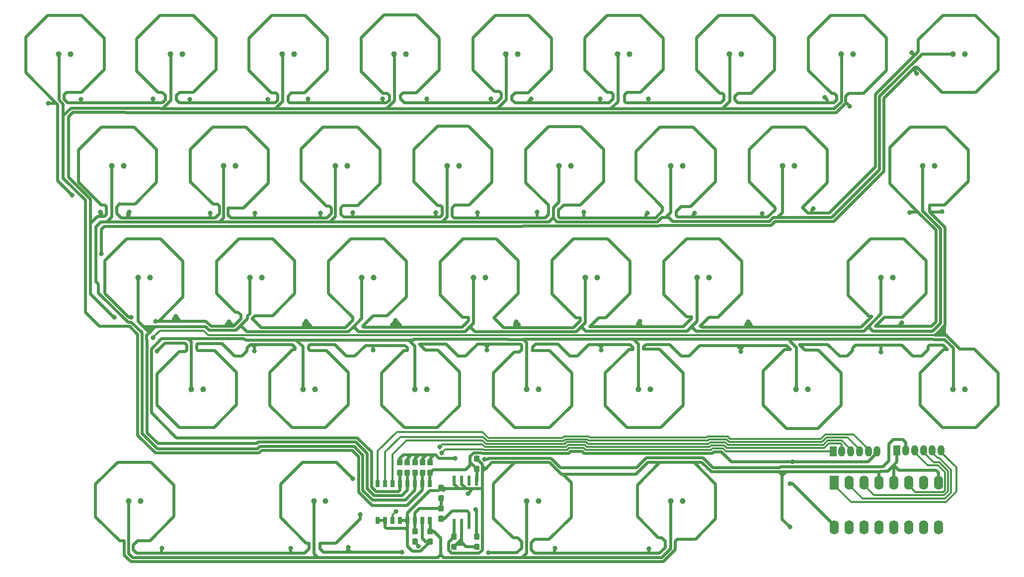
<source format=gbr>
G04 #@! TF.GenerationSoftware,KiCad,Pcbnew,(5.0.2)-1*
G04 #@! TF.CreationDate,2020-05-18T11:18:00+09:00*
G04 #@! TF.ProjectId,eckeyboard,65636b65-7962-46f6-9172-642e6b696361,rev?*
G04 #@! TF.SameCoordinates,Original*
G04 #@! TF.FileFunction,Copper,L2,Bot*
G04 #@! TF.FilePolarity,Positive*
%FSLAX46Y46*%
G04 Gerber Fmt 4.6, Leading zero omitted, Abs format (unit mm)*
G04 Created by KiCad (PCBNEW (5.0.2)-1) date 2020/05/18 11:18:00*
%MOMM*%
%LPD*%
G01*
G04 APERTURE LIST*
G04 #@! TA.AperFunction,ComponentPad*
%ADD10C,1.000000*%
G04 #@! TD*
G04 #@! TA.AperFunction,Conductor*
%ADD11C,0.100000*%
G04 #@! TD*
G04 #@! TA.AperFunction,SMDPad,CuDef*
%ADD12C,0.950000*%
G04 #@! TD*
G04 #@! TA.AperFunction,SMDPad,CuDef*
%ADD13R,0.800000X1.300000*%
G04 #@! TD*
G04 #@! TA.AperFunction,SMDPad,CuDef*
%ADD14R,0.550000X1.750000*%
G04 #@! TD*
G04 #@! TA.AperFunction,ComponentPad*
%ADD15O,1.200000X1.800000*%
G04 #@! TD*
G04 #@! TA.AperFunction,ComponentPad*
%ADD16R,1.200000X1.800000*%
G04 #@! TD*
G04 #@! TA.AperFunction,ComponentPad*
%ADD17R,1.600000X2.400000*%
G04 #@! TD*
G04 #@! TA.AperFunction,ComponentPad*
%ADD18O,1.600000X2.400000*%
G04 #@! TD*
G04 #@! TA.AperFunction,ViaPad*
%ADD19C,0.800000*%
G04 #@! TD*
G04 #@! TA.AperFunction,Conductor*
%ADD20C,0.500000*%
G04 #@! TD*
G04 #@! TA.AperFunction,Conductor*
%ADD21C,0.300000*%
G04 #@! TD*
G04 APERTURE END LIST*
D10*
G04 #@! TO.P,TP31,2*
G04 #@! TO.N,/ROW2*
X227184000Y-88100000D03*
G04 #@! TO.P,TP31,1*
G04 #@! TO.N,/COL6*
X229200000Y-88100000D03*
G04 #@! TD*
G04 #@! TO.P,TP32,2*
G04 #@! TO.N,/ROW3*
X239484000Y-107150000D03*
G04 #@! TO.P,TP32,1*
G04 #@! TO.N,/COL7*
X241500000Y-107150000D03*
G04 #@! TD*
G04 #@! TO.P,TP13,2*
G04 #@! TO.N,/ROW4*
X130534000Y-126200000D03*
G04 #@! TO.P,TP13,1*
G04 #@! TO.N,/COL1*
X132550000Y-126200000D03*
G04 #@! TD*
G04 #@! TO.P,TP11,2*
G04 #@! TO.N,/ROW4*
X98984000Y-126200000D03*
G04 #@! TO.P,TP11,1*
G04 #@! TO.N,/COL0*
X101000000Y-126200000D03*
G04 #@! TD*
G04 #@! TO.P,TP16,2*
G04 #@! TO.N,/ROW1*
X153234000Y-69050000D03*
G04 #@! TO.P,TP16,1*
G04 #@! TO.N,/COL3*
X155250000Y-69050000D03*
G04 #@! TD*
G04 #@! TO.P,TP23,2*
G04 #@! TO.N,/ROW3*
X185834000Y-107150000D03*
G04 #@! TO.P,TP23,1*
G04 #@! TO.N,/COL4*
X187850000Y-107150000D03*
G04 #@! TD*
G04 #@! TO.P,TP22,2*
G04 #@! TO.N,/ROW2*
X176784000Y-88100000D03*
G04 #@! TO.P,TP22,1*
G04 #@! TO.N,/COL4*
X178800000Y-88100000D03*
G04 #@! TD*
G04 #@! TO.P,TP21,2*
G04 #@! TO.N,/ROW1*
X172284000Y-69050000D03*
G04 #@! TO.P,TP21,1*
G04 #@! TO.N,/COL4*
X174300000Y-69050000D03*
G04 #@! TD*
G04 #@! TO.P,TP20,2*
G04 #@! TO.N,/ROW0*
X163284000Y-50000000D03*
G04 #@! TO.P,TP20,1*
G04 #@! TO.N,/COL4*
X165300000Y-50000000D03*
G04 #@! TD*
G04 #@! TO.P,TP19,2*
G04 #@! TO.N,/ROW4*
X166784000Y-126200000D03*
G04 #@! TO.P,TP19,1*
G04 #@! TO.N,/COL3*
X168800000Y-126200000D03*
G04 #@! TD*
G04 #@! TO.P,TP18,2*
G04 #@! TO.N,/ROW3*
X166784000Y-107150000D03*
G04 #@! TO.P,TP18,1*
G04 #@! TO.N,/COL3*
X168800000Y-107150000D03*
G04 #@! TD*
G04 #@! TO.P,TP17,2*
G04 #@! TO.N,/ROW2*
X157734000Y-88100000D03*
G04 #@! TO.P,TP17,1*
G04 #@! TO.N,/COL3*
X159750000Y-88100000D03*
G04 #@! TD*
G04 #@! TO.P,TP15,2*
G04 #@! TO.N,/ROW0*
X144234000Y-50000000D03*
G04 #@! TO.P,TP15,1*
G04 #@! TO.N,/COL3*
X146250000Y-50000000D03*
G04 #@! TD*
G04 #@! TO.P,TP35,2*
G04 #@! TO.N,/ROW2*
X234284000Y-69050000D03*
G04 #@! TO.P,TP35,1*
G04 #@! TO.N,/COL7*
X236300000Y-69050000D03*
G04 #@! TD*
G04 #@! TO.P,TP34,2*
G04 #@! TO.N,/ROW1*
X239484000Y-50000000D03*
G04 #@! TO.P,TP34,1*
G04 #@! TO.N,/COL7*
X241500000Y-50000000D03*
G04 #@! TD*
G04 #@! TO.P,TP33,2*
G04 #@! TO.N,/ROW0*
X220434000Y-50000000D03*
G04 #@! TO.P,TP33,1*
G04 #@! TO.N,/COL7*
X222450000Y-50000000D03*
G04 #@! TD*
G04 #@! TO.P,TP30,2*
G04 #@! TO.N,/ROW1*
X210384000Y-69050000D03*
G04 #@! TO.P,TP30,1*
G04 #@! TO.N,/COL6*
X212400000Y-69050000D03*
G04 #@! TD*
G04 #@! TO.P,TP29,2*
G04 #@! TO.N,/ROW0*
X201384000Y-50000000D03*
G04 #@! TO.P,TP29,1*
G04 #@! TO.N,/COL6*
X203400000Y-50000000D03*
G04 #@! TD*
G04 #@! TO.P,TP28,2*
G04 #@! TO.N,/ROW4*
X191334000Y-126200000D03*
G04 #@! TO.P,TP28,1*
G04 #@! TO.N,/COL4*
X193350000Y-126200000D03*
G04 #@! TD*
G04 #@! TO.P,TP12,2*
G04 #@! TO.N,/ROW3*
X128684000Y-107150000D03*
G04 #@! TO.P,TP12,1*
G04 #@! TO.N,/COL1*
X130700000Y-107150000D03*
G04 #@! TD*
G04 #@! TO.P,TP10,2*
G04 #@! TO.N,/ROW3*
X109634000Y-107150000D03*
G04 #@! TO.P,TP10,1*
G04 #@! TO.N,/COL0*
X111650000Y-107150000D03*
G04 #@! TD*
G04 #@! TO.P,TP6,2*
G04 #@! TO.N,/ROW2*
X119634000Y-88100000D03*
G04 #@! TO.P,TP6,1*
G04 #@! TO.N,/COL1*
X121650000Y-88100000D03*
G04 #@! TD*
G04 #@! TO.P,TP5,2*
G04 #@! TO.N,/ROW1*
X115134000Y-69050000D03*
G04 #@! TO.P,TP5,1*
G04 #@! TO.N,/COL1*
X117150000Y-69050000D03*
G04 #@! TD*
G04 #@! TO.P,TP4,2*
G04 #@! TO.N,/ROW0*
X106134000Y-50000000D03*
G04 #@! TO.P,TP4,1*
G04 #@! TO.N,/COL1*
X108150000Y-50000000D03*
G04 #@! TD*
G04 #@! TO.P,TP3,2*
G04 #@! TO.N,/ROW2*
X100584000Y-88100000D03*
G04 #@! TO.P,TP3,1*
G04 #@! TO.N,/COL0*
X102600000Y-88100000D03*
G04 #@! TD*
G04 #@! TO.P,TP2,2*
G04 #@! TO.N,/ROW1*
X96084000Y-69050000D03*
G04 #@! TO.P,TP2,1*
G04 #@! TO.N,/COL0*
X98100000Y-69050000D03*
G04 #@! TD*
G04 #@! TO.P,TP1,2*
G04 #@! TO.N,/ROW0*
X87084000Y-50000000D03*
G04 #@! TO.P,TP1,1*
G04 #@! TO.N,/COL0*
X89100000Y-50000000D03*
G04 #@! TD*
G04 #@! TO.P,TP27,2*
G04 #@! TO.N,/ROW3*
X212734000Y-107150000D03*
G04 #@! TO.P,TP27,1*
G04 #@! TO.N,/COL5*
X214750000Y-107150000D03*
G04 #@! TD*
G04 #@! TO.P,TP24,2*
G04 #@! TO.N,/ROW0*
X182334000Y-50000000D03*
G04 #@! TO.P,TP24,1*
G04 #@! TO.N,/COL5*
X184350000Y-50000000D03*
G04 #@! TD*
G04 #@! TO.P,TP26,2*
G04 #@! TO.N,/ROW2*
X195834000Y-88100000D03*
G04 #@! TO.P,TP26,1*
G04 #@! TO.N,/COL5*
X197850000Y-88100000D03*
G04 #@! TD*
G04 #@! TO.P,TP25,2*
G04 #@! TO.N,/ROW1*
X191334000Y-69050000D03*
G04 #@! TO.P,TP25,1*
G04 #@! TO.N,/COL5*
X193350000Y-69050000D03*
G04 #@! TD*
G04 #@! TO.P,TP7,2*
G04 #@! TO.N,/ROW0*
X125184000Y-50000000D03*
G04 #@! TO.P,TP7,1*
G04 #@! TO.N,/COL2*
X127200000Y-50000000D03*
G04 #@! TD*
G04 #@! TO.P,TP8,2*
G04 #@! TO.N,/ROW1*
X134184000Y-69050000D03*
G04 #@! TO.P,TP8,1*
G04 #@! TO.N,/COL2*
X136200000Y-69050000D03*
G04 #@! TD*
G04 #@! TO.P,TP9,2*
G04 #@! TO.N,/ROW2*
X138684000Y-88100000D03*
G04 #@! TO.P,TP9,1*
G04 #@! TO.N,/COL2*
X140700000Y-88100000D03*
G04 #@! TD*
G04 #@! TO.P,TP14,2*
G04 #@! TO.N,/ROW3*
X147734000Y-107150000D03*
G04 #@! TO.P,TP14,1*
G04 #@! TO.N,/COL2*
X149750000Y-107150000D03*
G04 #@! TD*
D11*
G04 #@! TO.N,+5V*
G04 #@! TO.C,C18*
G36*
X158560779Y-120226144D02*
X158583834Y-120229563D01*
X158606443Y-120235227D01*
X158628387Y-120243079D01*
X158649457Y-120253044D01*
X158669448Y-120265026D01*
X158688168Y-120278910D01*
X158705438Y-120294562D01*
X158721090Y-120311832D01*
X158734974Y-120330552D01*
X158746956Y-120350543D01*
X158756921Y-120371613D01*
X158764773Y-120393557D01*
X158770437Y-120416166D01*
X158773856Y-120439221D01*
X158775000Y-120462500D01*
X158775000Y-121037500D01*
X158773856Y-121060779D01*
X158770437Y-121083834D01*
X158764773Y-121106443D01*
X158756921Y-121128387D01*
X158746956Y-121149457D01*
X158734974Y-121169448D01*
X158721090Y-121188168D01*
X158705438Y-121205438D01*
X158688168Y-121221090D01*
X158669448Y-121234974D01*
X158649457Y-121246956D01*
X158628387Y-121256921D01*
X158606443Y-121264773D01*
X158583834Y-121270437D01*
X158560779Y-121273856D01*
X158537500Y-121275000D01*
X158062500Y-121275000D01*
X158039221Y-121273856D01*
X158016166Y-121270437D01*
X157993557Y-121264773D01*
X157971613Y-121256921D01*
X157950543Y-121246956D01*
X157930552Y-121234974D01*
X157911832Y-121221090D01*
X157894562Y-121205438D01*
X157878910Y-121188168D01*
X157865026Y-121169448D01*
X157853044Y-121149457D01*
X157843079Y-121128387D01*
X157835227Y-121106443D01*
X157829563Y-121083834D01*
X157826144Y-121060779D01*
X157825000Y-121037500D01*
X157825000Y-120462500D01*
X157826144Y-120439221D01*
X157829563Y-120416166D01*
X157835227Y-120393557D01*
X157843079Y-120371613D01*
X157853044Y-120350543D01*
X157865026Y-120330552D01*
X157878910Y-120311832D01*
X157894562Y-120294562D01*
X157911832Y-120278910D01*
X157930552Y-120265026D01*
X157950543Y-120253044D01*
X157971613Y-120243079D01*
X157993557Y-120235227D01*
X158016166Y-120229563D01*
X158039221Y-120226144D01*
X158062500Y-120225000D01*
X158537500Y-120225000D01*
X158560779Y-120226144D01*
X158560779Y-120226144D01*
G37*
D12*
G04 #@! TD*
G04 #@! TO.P,C18,1*
G04 #@! TO.N,+5V*
X158300000Y-120750000D03*
D11*
G04 #@! TO.N,GND*
G04 #@! TO.C,C18*
G36*
X158560779Y-118476144D02*
X158583834Y-118479563D01*
X158606443Y-118485227D01*
X158628387Y-118493079D01*
X158649457Y-118503044D01*
X158669448Y-118515026D01*
X158688168Y-118528910D01*
X158705438Y-118544562D01*
X158721090Y-118561832D01*
X158734974Y-118580552D01*
X158746956Y-118600543D01*
X158756921Y-118621613D01*
X158764773Y-118643557D01*
X158770437Y-118666166D01*
X158773856Y-118689221D01*
X158775000Y-118712500D01*
X158775000Y-119287500D01*
X158773856Y-119310779D01*
X158770437Y-119333834D01*
X158764773Y-119356443D01*
X158756921Y-119378387D01*
X158746956Y-119399457D01*
X158734974Y-119419448D01*
X158721090Y-119438168D01*
X158705438Y-119455438D01*
X158688168Y-119471090D01*
X158669448Y-119484974D01*
X158649457Y-119496956D01*
X158628387Y-119506921D01*
X158606443Y-119514773D01*
X158583834Y-119520437D01*
X158560779Y-119523856D01*
X158537500Y-119525000D01*
X158062500Y-119525000D01*
X158039221Y-119523856D01*
X158016166Y-119520437D01*
X157993557Y-119514773D01*
X157971613Y-119506921D01*
X157950543Y-119496956D01*
X157930552Y-119484974D01*
X157911832Y-119471090D01*
X157894562Y-119455438D01*
X157878910Y-119438168D01*
X157865026Y-119419448D01*
X157853044Y-119399457D01*
X157843079Y-119378387D01*
X157835227Y-119356443D01*
X157829563Y-119333834D01*
X157826144Y-119310779D01*
X157825000Y-119287500D01*
X157825000Y-118712500D01*
X157826144Y-118689221D01*
X157829563Y-118666166D01*
X157835227Y-118643557D01*
X157843079Y-118621613D01*
X157853044Y-118600543D01*
X157865026Y-118580552D01*
X157878910Y-118561832D01*
X157894562Y-118544562D01*
X157911832Y-118528910D01*
X157930552Y-118515026D01*
X157950543Y-118503044D01*
X157971613Y-118493079D01*
X157993557Y-118485227D01*
X158016166Y-118479563D01*
X158039221Y-118476144D01*
X158062500Y-118475000D01*
X158537500Y-118475000D01*
X158560779Y-118476144D01*
X158560779Y-118476144D01*
G37*
D12*
G04 #@! TD*
G04 #@! TO.P,C18,2*
G04 #@! TO.N,GND*
X158300000Y-119000000D03*
D13*
G04 #@! TO.P,U1,1*
G04 #@! TO.N,/ROW4*
X150330677Y-129539650D03*
G04 #@! TO.P,U1,2*
G04 #@! TO.N,GND*
X149050677Y-129539650D03*
G04 #@! TO.P,U1,3*
G04 #@! TO.N,Net-(C1-Pad1)*
X147790677Y-129539650D03*
G04 #@! TO.P,U1,4*
G04 #@! TO.N,GND*
X146520677Y-129539650D03*
G04 #@! TO.P,U1,5*
X145240677Y-129539650D03*
G04 #@! TO.P,U1,6*
G04 #@! TO.N,/MUX_EN*
X143970677Y-129539650D03*
G04 #@! TO.P,U1,7*
G04 #@! TO.N,GND*
X142710677Y-129539650D03*
G04 #@! TO.P,U1,8*
X141430677Y-129539650D03*
G04 #@! TO.P,U1,9*
G04 #@! TO.N,/MUX_A*
X141430677Y-123239650D03*
G04 #@! TO.P,U1,10*
G04 #@! TO.N,/MUX_B*
X142710677Y-123239650D03*
G04 #@! TO.P,U1,11*
G04 #@! TO.N,/MUX_C*
X143970677Y-123239650D03*
G04 #@! TO.P,U1,12*
G04 #@! TO.N,/ROW3*
X145240677Y-123239650D03*
G04 #@! TO.P,U1,13*
G04 #@! TO.N,/ROW2*
X146520677Y-123239650D03*
G04 #@! TO.P,U1,14*
G04 #@! TO.N,/ROW1*
X147790677Y-123239650D03*
G04 #@! TO.P,U1,15*
G04 #@! TO.N,/ROW0*
X149050677Y-123239650D03*
G04 #@! TO.P,U1,16*
G04 #@! TO.N,+5V*
X150330677Y-123239650D03*
G04 #@! TD*
D14*
G04 #@! TO.P,U2,1*
G04 #@! TO.N,/READ*
X158255514Y-130172137D03*
G04 #@! TO.P,U2,2*
G04 #@! TO.N,Net-(R7-Pad1)*
X156985514Y-130172137D03*
G04 #@! TO.P,U2,3*
G04 #@! TO.N,Net-(R10-Pad2)*
X155715514Y-130172137D03*
G04 #@! TO.P,U2,4*
G04 #@! TO.N,GND*
X154445514Y-130172137D03*
G04 #@! TO.P,U2,5*
X154445514Y-122772137D03*
G04 #@! TO.P,U2,6*
X155715514Y-122772137D03*
G04 #@! TO.P,U2,7*
G04 #@! TO.N,N/C*
X156985514Y-122772137D03*
G04 #@! TO.P,U2,8*
G04 #@! TO.N,+5V*
X158255514Y-122772137D03*
G04 #@! TD*
D15*
G04 #@! TO.P,J4,6*
G04 #@! TO.N,+5V*
X226522000Y-117738000D03*
G04 #@! TO.P,J4,5*
G04 #@! TO.N,/MUX_A*
X225022000Y-117738000D03*
G04 #@! TO.P,J4,4*
G04 #@! TO.N,/MUX_B*
X223522000Y-117738000D03*
G04 #@! TO.P,J4,3*
G04 #@! TO.N,/MUX_C*
X222022000Y-117738000D03*
G04 #@! TO.P,J4,2*
G04 #@! TO.N,/MUX_EN*
X220522000Y-117738000D03*
D16*
G04 #@! TO.P,J4,1*
G04 #@! TO.N,/DRAIN*
X219022000Y-117738000D03*
G04 #@! TD*
G04 #@! TO.P,J5,1*
G04 #@! TO.N,GND*
X229922000Y-117638000D03*
D15*
G04 #@! TO.P,J5,2*
G04 #@! TO.N,/READ*
X231422000Y-117638000D03*
G04 #@! TO.P,J5,3*
G04 #@! TO.N,/COL_EN*
X232922000Y-117638000D03*
G04 #@! TO.P,J5,4*
G04 #@! TO.N,/COL_C*
X234422000Y-117638000D03*
G04 #@! TO.P,J5,5*
G04 #@! TO.N,/COL_B*
X235922000Y-117638000D03*
G04 #@! TO.P,J5,6*
G04 #@! TO.N,/COL_A*
X237422000Y-117638000D03*
G04 #@! TD*
D17*
G04 #@! TO.P,U4,1*
G04 #@! TO.N,/COL_A*
X219200000Y-123150000D03*
D18*
G04 #@! TO.P,U4,9*
G04 #@! TO.N,/COL6*
X236980000Y-130770000D03*
G04 #@! TO.P,U4,2*
G04 #@! TO.N,/COL_B*
X221740000Y-123150000D03*
G04 #@! TO.P,U4,10*
G04 #@! TO.N,/COL5*
X234440000Y-130770000D03*
G04 #@! TO.P,U4,3*
G04 #@! TO.N,/COL_C*
X224280000Y-123150000D03*
G04 #@! TO.P,U4,11*
G04 #@! TO.N,/COL4*
X231900000Y-130770000D03*
G04 #@! TO.P,U4,4*
G04 #@! TO.N,GND*
X226820000Y-123150000D03*
G04 #@! TO.P,U4,12*
G04 #@! TO.N,/COL3*
X229360000Y-130770000D03*
G04 #@! TO.P,U4,5*
G04 #@! TO.N,GND*
X229360000Y-123150000D03*
G04 #@! TO.P,U4,13*
G04 #@! TO.N,/COL2*
X226820000Y-130770000D03*
G04 #@! TO.P,U4,6*
G04 #@! TO.N,/COL_EN*
X231900000Y-123150000D03*
G04 #@! TO.P,U4,14*
G04 #@! TO.N,/COL1*
X224280000Y-130770000D03*
G04 #@! TO.P,U4,7*
G04 #@! TO.N,/COL7*
X234440000Y-123150000D03*
G04 #@! TO.P,U4,15*
G04 #@! TO.N,/COL0*
X221740000Y-130770000D03*
G04 #@! TO.P,U4,8*
G04 #@! TO.N,GND*
X236980000Y-123150000D03*
G04 #@! TO.P,U4,16*
G04 #@! TO.N,+5V*
X219200000Y-130770000D03*
G04 #@! TD*
D11*
G04 #@! TO.N,Net-(C1-Pad1)*
G04 #@! TO.C,C1*
G36*
X152476779Y-125231144D02*
X152499834Y-125234563D01*
X152522443Y-125240227D01*
X152544387Y-125248079D01*
X152565457Y-125258044D01*
X152585448Y-125270026D01*
X152604168Y-125283910D01*
X152621438Y-125299562D01*
X152637090Y-125316832D01*
X152650974Y-125335552D01*
X152662956Y-125355543D01*
X152672921Y-125376613D01*
X152680773Y-125398557D01*
X152686437Y-125421166D01*
X152689856Y-125444221D01*
X152691000Y-125467500D01*
X152691000Y-126042500D01*
X152689856Y-126065779D01*
X152686437Y-126088834D01*
X152680773Y-126111443D01*
X152672921Y-126133387D01*
X152662956Y-126154457D01*
X152650974Y-126174448D01*
X152637090Y-126193168D01*
X152621438Y-126210438D01*
X152604168Y-126226090D01*
X152585448Y-126239974D01*
X152565457Y-126251956D01*
X152544387Y-126261921D01*
X152522443Y-126269773D01*
X152499834Y-126275437D01*
X152476779Y-126278856D01*
X152453500Y-126280000D01*
X151978500Y-126280000D01*
X151955221Y-126278856D01*
X151932166Y-126275437D01*
X151909557Y-126269773D01*
X151887613Y-126261921D01*
X151866543Y-126251956D01*
X151846552Y-126239974D01*
X151827832Y-126226090D01*
X151810562Y-126210438D01*
X151794910Y-126193168D01*
X151781026Y-126174448D01*
X151769044Y-126154457D01*
X151759079Y-126133387D01*
X151751227Y-126111443D01*
X151745563Y-126088834D01*
X151742144Y-126065779D01*
X151741000Y-126042500D01*
X151741000Y-125467500D01*
X151742144Y-125444221D01*
X151745563Y-125421166D01*
X151751227Y-125398557D01*
X151759079Y-125376613D01*
X151769044Y-125355543D01*
X151781026Y-125335552D01*
X151794910Y-125316832D01*
X151810562Y-125299562D01*
X151827832Y-125283910D01*
X151846552Y-125270026D01*
X151866543Y-125258044D01*
X151887613Y-125248079D01*
X151909557Y-125240227D01*
X151932166Y-125234563D01*
X151955221Y-125231144D01*
X151978500Y-125230000D01*
X152453500Y-125230000D01*
X152476779Y-125231144D01*
X152476779Y-125231144D01*
G37*
D12*
G04 #@! TD*
G04 #@! TO.P,C1,1*
G04 #@! TO.N,Net-(C1-Pad1)*
X152216000Y-125755000D03*
D11*
G04 #@! TO.N,GND*
G04 #@! TO.C,C1*
G36*
X152476779Y-123481144D02*
X152499834Y-123484563D01*
X152522443Y-123490227D01*
X152544387Y-123498079D01*
X152565457Y-123508044D01*
X152585448Y-123520026D01*
X152604168Y-123533910D01*
X152621438Y-123549562D01*
X152637090Y-123566832D01*
X152650974Y-123585552D01*
X152662956Y-123605543D01*
X152672921Y-123626613D01*
X152680773Y-123648557D01*
X152686437Y-123671166D01*
X152689856Y-123694221D01*
X152691000Y-123717500D01*
X152691000Y-124292500D01*
X152689856Y-124315779D01*
X152686437Y-124338834D01*
X152680773Y-124361443D01*
X152672921Y-124383387D01*
X152662956Y-124404457D01*
X152650974Y-124424448D01*
X152637090Y-124443168D01*
X152621438Y-124460438D01*
X152604168Y-124476090D01*
X152585448Y-124489974D01*
X152565457Y-124501956D01*
X152544387Y-124511921D01*
X152522443Y-124519773D01*
X152499834Y-124525437D01*
X152476779Y-124528856D01*
X152453500Y-124530000D01*
X151978500Y-124530000D01*
X151955221Y-124528856D01*
X151932166Y-124525437D01*
X151909557Y-124519773D01*
X151887613Y-124511921D01*
X151866543Y-124501956D01*
X151846552Y-124489974D01*
X151827832Y-124476090D01*
X151810562Y-124460438D01*
X151794910Y-124443168D01*
X151781026Y-124424448D01*
X151769044Y-124404457D01*
X151759079Y-124383387D01*
X151751227Y-124361443D01*
X151745563Y-124338834D01*
X151742144Y-124315779D01*
X151741000Y-124292500D01*
X151741000Y-123717500D01*
X151742144Y-123694221D01*
X151745563Y-123671166D01*
X151751227Y-123648557D01*
X151759079Y-123626613D01*
X151769044Y-123605543D01*
X151781026Y-123585552D01*
X151794910Y-123566832D01*
X151810562Y-123549562D01*
X151827832Y-123533910D01*
X151846552Y-123520026D01*
X151866543Y-123508044D01*
X151887613Y-123498079D01*
X151909557Y-123490227D01*
X151932166Y-123484563D01*
X151955221Y-123481144D01*
X151978500Y-123480000D01*
X152453500Y-123480000D01*
X152476779Y-123481144D01*
X152476779Y-123481144D01*
G37*
D12*
G04 #@! TD*
G04 #@! TO.P,C1,2*
G04 #@! TO.N,GND*
X152216000Y-124005000D03*
D11*
G04 #@! TO.N,+5V*
G04 #@! TO.C,C17*
G36*
X150626779Y-120881144D02*
X150649834Y-120884563D01*
X150672443Y-120890227D01*
X150694387Y-120898079D01*
X150715457Y-120908044D01*
X150735448Y-120920026D01*
X150754168Y-120933910D01*
X150771438Y-120949562D01*
X150787090Y-120966832D01*
X150800974Y-120985552D01*
X150812956Y-121005543D01*
X150822921Y-121026613D01*
X150830773Y-121048557D01*
X150836437Y-121071166D01*
X150839856Y-121094221D01*
X150841000Y-121117500D01*
X150841000Y-121692500D01*
X150839856Y-121715779D01*
X150836437Y-121738834D01*
X150830773Y-121761443D01*
X150822921Y-121783387D01*
X150812956Y-121804457D01*
X150800974Y-121824448D01*
X150787090Y-121843168D01*
X150771438Y-121860438D01*
X150754168Y-121876090D01*
X150735448Y-121889974D01*
X150715457Y-121901956D01*
X150694387Y-121911921D01*
X150672443Y-121919773D01*
X150649834Y-121925437D01*
X150626779Y-121928856D01*
X150603500Y-121930000D01*
X150128500Y-121930000D01*
X150105221Y-121928856D01*
X150082166Y-121925437D01*
X150059557Y-121919773D01*
X150037613Y-121911921D01*
X150016543Y-121901956D01*
X149996552Y-121889974D01*
X149977832Y-121876090D01*
X149960562Y-121860438D01*
X149944910Y-121843168D01*
X149931026Y-121824448D01*
X149919044Y-121804457D01*
X149909079Y-121783387D01*
X149901227Y-121761443D01*
X149895563Y-121738834D01*
X149892144Y-121715779D01*
X149891000Y-121692500D01*
X149891000Y-121117500D01*
X149892144Y-121094221D01*
X149895563Y-121071166D01*
X149901227Y-121048557D01*
X149909079Y-121026613D01*
X149919044Y-121005543D01*
X149931026Y-120985552D01*
X149944910Y-120966832D01*
X149960562Y-120949562D01*
X149977832Y-120933910D01*
X149996552Y-120920026D01*
X150016543Y-120908044D01*
X150037613Y-120898079D01*
X150059557Y-120890227D01*
X150082166Y-120884563D01*
X150105221Y-120881144D01*
X150128500Y-120880000D01*
X150603500Y-120880000D01*
X150626779Y-120881144D01*
X150626779Y-120881144D01*
G37*
D12*
G04 #@! TD*
G04 #@! TO.P,C17,1*
G04 #@! TO.N,+5V*
X150366000Y-121405000D03*
D11*
G04 #@! TO.N,GND*
G04 #@! TO.C,C17*
G36*
X150626779Y-119131144D02*
X150649834Y-119134563D01*
X150672443Y-119140227D01*
X150694387Y-119148079D01*
X150715457Y-119158044D01*
X150735448Y-119170026D01*
X150754168Y-119183910D01*
X150771438Y-119199562D01*
X150787090Y-119216832D01*
X150800974Y-119235552D01*
X150812956Y-119255543D01*
X150822921Y-119276613D01*
X150830773Y-119298557D01*
X150836437Y-119321166D01*
X150839856Y-119344221D01*
X150841000Y-119367500D01*
X150841000Y-119942500D01*
X150839856Y-119965779D01*
X150836437Y-119988834D01*
X150830773Y-120011443D01*
X150822921Y-120033387D01*
X150812956Y-120054457D01*
X150800974Y-120074448D01*
X150787090Y-120093168D01*
X150771438Y-120110438D01*
X150754168Y-120126090D01*
X150735448Y-120139974D01*
X150715457Y-120151956D01*
X150694387Y-120161921D01*
X150672443Y-120169773D01*
X150649834Y-120175437D01*
X150626779Y-120178856D01*
X150603500Y-120180000D01*
X150128500Y-120180000D01*
X150105221Y-120178856D01*
X150082166Y-120175437D01*
X150059557Y-120169773D01*
X150037613Y-120161921D01*
X150016543Y-120151956D01*
X149996552Y-120139974D01*
X149977832Y-120126090D01*
X149960562Y-120110438D01*
X149944910Y-120093168D01*
X149931026Y-120074448D01*
X149919044Y-120054457D01*
X149909079Y-120033387D01*
X149901227Y-120011443D01*
X149895563Y-119988834D01*
X149892144Y-119965779D01*
X149891000Y-119942500D01*
X149891000Y-119367500D01*
X149892144Y-119344221D01*
X149895563Y-119321166D01*
X149901227Y-119298557D01*
X149909079Y-119276613D01*
X149919044Y-119255543D01*
X149931026Y-119235552D01*
X149944910Y-119216832D01*
X149960562Y-119199562D01*
X149977832Y-119183910D01*
X149996552Y-119170026D01*
X150016543Y-119158044D01*
X150037613Y-119148079D01*
X150059557Y-119140227D01*
X150082166Y-119134563D01*
X150105221Y-119131144D01*
X150128500Y-119130000D01*
X150603500Y-119130000D01*
X150626779Y-119131144D01*
X150626779Y-119131144D01*
G37*
D12*
G04 #@! TD*
G04 #@! TO.P,C17,2*
G04 #@! TO.N,GND*
X150366000Y-119655000D03*
D11*
G04 #@! TO.N,/ROW2*
G04 #@! TO.C,R1*
G36*
X146726779Y-120881144D02*
X146749834Y-120884563D01*
X146772443Y-120890227D01*
X146794387Y-120898079D01*
X146815457Y-120908044D01*
X146835448Y-120920026D01*
X146854168Y-120933910D01*
X146871438Y-120949562D01*
X146887090Y-120966832D01*
X146900974Y-120985552D01*
X146912956Y-121005543D01*
X146922921Y-121026613D01*
X146930773Y-121048557D01*
X146936437Y-121071166D01*
X146939856Y-121094221D01*
X146941000Y-121117500D01*
X146941000Y-121692500D01*
X146939856Y-121715779D01*
X146936437Y-121738834D01*
X146930773Y-121761443D01*
X146922921Y-121783387D01*
X146912956Y-121804457D01*
X146900974Y-121824448D01*
X146887090Y-121843168D01*
X146871438Y-121860438D01*
X146854168Y-121876090D01*
X146835448Y-121889974D01*
X146815457Y-121901956D01*
X146794387Y-121911921D01*
X146772443Y-121919773D01*
X146749834Y-121925437D01*
X146726779Y-121928856D01*
X146703500Y-121930000D01*
X146228500Y-121930000D01*
X146205221Y-121928856D01*
X146182166Y-121925437D01*
X146159557Y-121919773D01*
X146137613Y-121911921D01*
X146116543Y-121901956D01*
X146096552Y-121889974D01*
X146077832Y-121876090D01*
X146060562Y-121860438D01*
X146044910Y-121843168D01*
X146031026Y-121824448D01*
X146019044Y-121804457D01*
X146009079Y-121783387D01*
X146001227Y-121761443D01*
X145995563Y-121738834D01*
X145992144Y-121715779D01*
X145991000Y-121692500D01*
X145991000Y-121117500D01*
X145992144Y-121094221D01*
X145995563Y-121071166D01*
X146001227Y-121048557D01*
X146009079Y-121026613D01*
X146019044Y-121005543D01*
X146031026Y-120985552D01*
X146044910Y-120966832D01*
X146060562Y-120949562D01*
X146077832Y-120933910D01*
X146096552Y-120920026D01*
X146116543Y-120908044D01*
X146137613Y-120898079D01*
X146159557Y-120890227D01*
X146182166Y-120884563D01*
X146205221Y-120881144D01*
X146228500Y-120880000D01*
X146703500Y-120880000D01*
X146726779Y-120881144D01*
X146726779Y-120881144D01*
G37*
D12*
G04 #@! TD*
G04 #@! TO.P,R1,1*
G04 #@! TO.N,/ROW2*
X146466000Y-121405000D03*
D11*
G04 #@! TO.N,GND*
G04 #@! TO.C,R1*
G36*
X146726779Y-119131144D02*
X146749834Y-119134563D01*
X146772443Y-119140227D01*
X146794387Y-119148079D01*
X146815457Y-119158044D01*
X146835448Y-119170026D01*
X146854168Y-119183910D01*
X146871438Y-119199562D01*
X146887090Y-119216832D01*
X146900974Y-119235552D01*
X146912956Y-119255543D01*
X146922921Y-119276613D01*
X146930773Y-119298557D01*
X146936437Y-119321166D01*
X146939856Y-119344221D01*
X146941000Y-119367500D01*
X146941000Y-119942500D01*
X146939856Y-119965779D01*
X146936437Y-119988834D01*
X146930773Y-120011443D01*
X146922921Y-120033387D01*
X146912956Y-120054457D01*
X146900974Y-120074448D01*
X146887090Y-120093168D01*
X146871438Y-120110438D01*
X146854168Y-120126090D01*
X146835448Y-120139974D01*
X146815457Y-120151956D01*
X146794387Y-120161921D01*
X146772443Y-120169773D01*
X146749834Y-120175437D01*
X146726779Y-120178856D01*
X146703500Y-120180000D01*
X146228500Y-120180000D01*
X146205221Y-120178856D01*
X146182166Y-120175437D01*
X146159557Y-120169773D01*
X146137613Y-120161921D01*
X146116543Y-120151956D01*
X146096552Y-120139974D01*
X146077832Y-120126090D01*
X146060562Y-120110438D01*
X146044910Y-120093168D01*
X146031026Y-120074448D01*
X146019044Y-120054457D01*
X146009079Y-120033387D01*
X146001227Y-120011443D01*
X145995563Y-119988834D01*
X145992144Y-119965779D01*
X145991000Y-119942500D01*
X145991000Y-119367500D01*
X145992144Y-119344221D01*
X145995563Y-119321166D01*
X146001227Y-119298557D01*
X146009079Y-119276613D01*
X146019044Y-119255543D01*
X146031026Y-119235552D01*
X146044910Y-119216832D01*
X146060562Y-119199562D01*
X146077832Y-119183910D01*
X146096552Y-119170026D01*
X146116543Y-119158044D01*
X146137613Y-119148079D01*
X146159557Y-119140227D01*
X146182166Y-119134563D01*
X146205221Y-119131144D01*
X146228500Y-119130000D01*
X146703500Y-119130000D01*
X146726779Y-119131144D01*
X146726779Y-119131144D01*
G37*
D12*
G04 #@! TD*
G04 #@! TO.P,R1,2*
G04 #@! TO.N,GND*
X146466000Y-119655000D03*
D11*
G04 #@! TO.N,GND*
G04 #@! TO.C,R2*
G36*
X148026779Y-119131144D02*
X148049834Y-119134563D01*
X148072443Y-119140227D01*
X148094387Y-119148079D01*
X148115457Y-119158044D01*
X148135448Y-119170026D01*
X148154168Y-119183910D01*
X148171438Y-119199562D01*
X148187090Y-119216832D01*
X148200974Y-119235552D01*
X148212956Y-119255543D01*
X148222921Y-119276613D01*
X148230773Y-119298557D01*
X148236437Y-119321166D01*
X148239856Y-119344221D01*
X148241000Y-119367500D01*
X148241000Y-119942500D01*
X148239856Y-119965779D01*
X148236437Y-119988834D01*
X148230773Y-120011443D01*
X148222921Y-120033387D01*
X148212956Y-120054457D01*
X148200974Y-120074448D01*
X148187090Y-120093168D01*
X148171438Y-120110438D01*
X148154168Y-120126090D01*
X148135448Y-120139974D01*
X148115457Y-120151956D01*
X148094387Y-120161921D01*
X148072443Y-120169773D01*
X148049834Y-120175437D01*
X148026779Y-120178856D01*
X148003500Y-120180000D01*
X147528500Y-120180000D01*
X147505221Y-120178856D01*
X147482166Y-120175437D01*
X147459557Y-120169773D01*
X147437613Y-120161921D01*
X147416543Y-120151956D01*
X147396552Y-120139974D01*
X147377832Y-120126090D01*
X147360562Y-120110438D01*
X147344910Y-120093168D01*
X147331026Y-120074448D01*
X147319044Y-120054457D01*
X147309079Y-120033387D01*
X147301227Y-120011443D01*
X147295563Y-119988834D01*
X147292144Y-119965779D01*
X147291000Y-119942500D01*
X147291000Y-119367500D01*
X147292144Y-119344221D01*
X147295563Y-119321166D01*
X147301227Y-119298557D01*
X147309079Y-119276613D01*
X147319044Y-119255543D01*
X147331026Y-119235552D01*
X147344910Y-119216832D01*
X147360562Y-119199562D01*
X147377832Y-119183910D01*
X147396552Y-119170026D01*
X147416543Y-119158044D01*
X147437613Y-119148079D01*
X147459557Y-119140227D01*
X147482166Y-119134563D01*
X147505221Y-119131144D01*
X147528500Y-119130000D01*
X148003500Y-119130000D01*
X148026779Y-119131144D01*
X148026779Y-119131144D01*
G37*
D12*
G04 #@! TD*
G04 #@! TO.P,R2,2*
G04 #@! TO.N,GND*
X147766000Y-119655000D03*
D11*
G04 #@! TO.N,/ROW1*
G04 #@! TO.C,R2*
G36*
X148026779Y-120881144D02*
X148049834Y-120884563D01*
X148072443Y-120890227D01*
X148094387Y-120898079D01*
X148115457Y-120908044D01*
X148135448Y-120920026D01*
X148154168Y-120933910D01*
X148171438Y-120949562D01*
X148187090Y-120966832D01*
X148200974Y-120985552D01*
X148212956Y-121005543D01*
X148222921Y-121026613D01*
X148230773Y-121048557D01*
X148236437Y-121071166D01*
X148239856Y-121094221D01*
X148241000Y-121117500D01*
X148241000Y-121692500D01*
X148239856Y-121715779D01*
X148236437Y-121738834D01*
X148230773Y-121761443D01*
X148222921Y-121783387D01*
X148212956Y-121804457D01*
X148200974Y-121824448D01*
X148187090Y-121843168D01*
X148171438Y-121860438D01*
X148154168Y-121876090D01*
X148135448Y-121889974D01*
X148115457Y-121901956D01*
X148094387Y-121911921D01*
X148072443Y-121919773D01*
X148049834Y-121925437D01*
X148026779Y-121928856D01*
X148003500Y-121930000D01*
X147528500Y-121930000D01*
X147505221Y-121928856D01*
X147482166Y-121925437D01*
X147459557Y-121919773D01*
X147437613Y-121911921D01*
X147416543Y-121901956D01*
X147396552Y-121889974D01*
X147377832Y-121876090D01*
X147360562Y-121860438D01*
X147344910Y-121843168D01*
X147331026Y-121824448D01*
X147319044Y-121804457D01*
X147309079Y-121783387D01*
X147301227Y-121761443D01*
X147295563Y-121738834D01*
X147292144Y-121715779D01*
X147291000Y-121692500D01*
X147291000Y-121117500D01*
X147292144Y-121094221D01*
X147295563Y-121071166D01*
X147301227Y-121048557D01*
X147309079Y-121026613D01*
X147319044Y-121005543D01*
X147331026Y-120985552D01*
X147344910Y-120966832D01*
X147360562Y-120949562D01*
X147377832Y-120933910D01*
X147396552Y-120920026D01*
X147416543Y-120908044D01*
X147437613Y-120898079D01*
X147459557Y-120890227D01*
X147482166Y-120884563D01*
X147505221Y-120881144D01*
X147528500Y-120880000D01*
X148003500Y-120880000D01*
X148026779Y-120881144D01*
X148026779Y-120881144D01*
G37*
D12*
G04 #@! TD*
G04 #@! TO.P,R2,1*
G04 #@! TO.N,/ROW1*
X147766000Y-121405000D03*
D11*
G04 #@! TO.N,GND*
G04 #@! TO.C,R3*
G36*
X149326779Y-119131144D02*
X149349834Y-119134563D01*
X149372443Y-119140227D01*
X149394387Y-119148079D01*
X149415457Y-119158044D01*
X149435448Y-119170026D01*
X149454168Y-119183910D01*
X149471438Y-119199562D01*
X149487090Y-119216832D01*
X149500974Y-119235552D01*
X149512956Y-119255543D01*
X149522921Y-119276613D01*
X149530773Y-119298557D01*
X149536437Y-119321166D01*
X149539856Y-119344221D01*
X149541000Y-119367500D01*
X149541000Y-119942500D01*
X149539856Y-119965779D01*
X149536437Y-119988834D01*
X149530773Y-120011443D01*
X149522921Y-120033387D01*
X149512956Y-120054457D01*
X149500974Y-120074448D01*
X149487090Y-120093168D01*
X149471438Y-120110438D01*
X149454168Y-120126090D01*
X149435448Y-120139974D01*
X149415457Y-120151956D01*
X149394387Y-120161921D01*
X149372443Y-120169773D01*
X149349834Y-120175437D01*
X149326779Y-120178856D01*
X149303500Y-120180000D01*
X148828500Y-120180000D01*
X148805221Y-120178856D01*
X148782166Y-120175437D01*
X148759557Y-120169773D01*
X148737613Y-120161921D01*
X148716543Y-120151956D01*
X148696552Y-120139974D01*
X148677832Y-120126090D01*
X148660562Y-120110438D01*
X148644910Y-120093168D01*
X148631026Y-120074448D01*
X148619044Y-120054457D01*
X148609079Y-120033387D01*
X148601227Y-120011443D01*
X148595563Y-119988834D01*
X148592144Y-119965779D01*
X148591000Y-119942500D01*
X148591000Y-119367500D01*
X148592144Y-119344221D01*
X148595563Y-119321166D01*
X148601227Y-119298557D01*
X148609079Y-119276613D01*
X148619044Y-119255543D01*
X148631026Y-119235552D01*
X148644910Y-119216832D01*
X148660562Y-119199562D01*
X148677832Y-119183910D01*
X148696552Y-119170026D01*
X148716543Y-119158044D01*
X148737613Y-119148079D01*
X148759557Y-119140227D01*
X148782166Y-119134563D01*
X148805221Y-119131144D01*
X148828500Y-119130000D01*
X149303500Y-119130000D01*
X149326779Y-119131144D01*
X149326779Y-119131144D01*
G37*
D12*
G04 #@! TD*
G04 #@! TO.P,R3,2*
G04 #@! TO.N,GND*
X149066000Y-119655000D03*
D11*
G04 #@! TO.N,/ROW0*
G04 #@! TO.C,R3*
G36*
X149326779Y-120881144D02*
X149349834Y-120884563D01*
X149372443Y-120890227D01*
X149394387Y-120898079D01*
X149415457Y-120908044D01*
X149435448Y-120920026D01*
X149454168Y-120933910D01*
X149471438Y-120949562D01*
X149487090Y-120966832D01*
X149500974Y-120985552D01*
X149512956Y-121005543D01*
X149522921Y-121026613D01*
X149530773Y-121048557D01*
X149536437Y-121071166D01*
X149539856Y-121094221D01*
X149541000Y-121117500D01*
X149541000Y-121692500D01*
X149539856Y-121715779D01*
X149536437Y-121738834D01*
X149530773Y-121761443D01*
X149522921Y-121783387D01*
X149512956Y-121804457D01*
X149500974Y-121824448D01*
X149487090Y-121843168D01*
X149471438Y-121860438D01*
X149454168Y-121876090D01*
X149435448Y-121889974D01*
X149415457Y-121901956D01*
X149394387Y-121911921D01*
X149372443Y-121919773D01*
X149349834Y-121925437D01*
X149326779Y-121928856D01*
X149303500Y-121930000D01*
X148828500Y-121930000D01*
X148805221Y-121928856D01*
X148782166Y-121925437D01*
X148759557Y-121919773D01*
X148737613Y-121911921D01*
X148716543Y-121901956D01*
X148696552Y-121889974D01*
X148677832Y-121876090D01*
X148660562Y-121860438D01*
X148644910Y-121843168D01*
X148631026Y-121824448D01*
X148619044Y-121804457D01*
X148609079Y-121783387D01*
X148601227Y-121761443D01*
X148595563Y-121738834D01*
X148592144Y-121715779D01*
X148591000Y-121692500D01*
X148591000Y-121117500D01*
X148592144Y-121094221D01*
X148595563Y-121071166D01*
X148601227Y-121048557D01*
X148609079Y-121026613D01*
X148619044Y-121005543D01*
X148631026Y-120985552D01*
X148644910Y-120966832D01*
X148660562Y-120949562D01*
X148677832Y-120933910D01*
X148696552Y-120920026D01*
X148716543Y-120908044D01*
X148737613Y-120898079D01*
X148759557Y-120890227D01*
X148782166Y-120884563D01*
X148805221Y-120881144D01*
X148828500Y-120880000D01*
X149303500Y-120880000D01*
X149326779Y-120881144D01*
X149326779Y-120881144D01*
G37*
D12*
G04 #@! TD*
G04 #@! TO.P,R3,1*
G04 #@! TO.N,/ROW0*
X149066000Y-121405000D03*
D11*
G04 #@! TO.N,/ROW3*
G04 #@! TO.C,R4*
G36*
X145426779Y-120881144D02*
X145449834Y-120884563D01*
X145472443Y-120890227D01*
X145494387Y-120898079D01*
X145515457Y-120908044D01*
X145535448Y-120920026D01*
X145554168Y-120933910D01*
X145571438Y-120949562D01*
X145587090Y-120966832D01*
X145600974Y-120985552D01*
X145612956Y-121005543D01*
X145622921Y-121026613D01*
X145630773Y-121048557D01*
X145636437Y-121071166D01*
X145639856Y-121094221D01*
X145641000Y-121117500D01*
X145641000Y-121692500D01*
X145639856Y-121715779D01*
X145636437Y-121738834D01*
X145630773Y-121761443D01*
X145622921Y-121783387D01*
X145612956Y-121804457D01*
X145600974Y-121824448D01*
X145587090Y-121843168D01*
X145571438Y-121860438D01*
X145554168Y-121876090D01*
X145535448Y-121889974D01*
X145515457Y-121901956D01*
X145494387Y-121911921D01*
X145472443Y-121919773D01*
X145449834Y-121925437D01*
X145426779Y-121928856D01*
X145403500Y-121930000D01*
X144928500Y-121930000D01*
X144905221Y-121928856D01*
X144882166Y-121925437D01*
X144859557Y-121919773D01*
X144837613Y-121911921D01*
X144816543Y-121901956D01*
X144796552Y-121889974D01*
X144777832Y-121876090D01*
X144760562Y-121860438D01*
X144744910Y-121843168D01*
X144731026Y-121824448D01*
X144719044Y-121804457D01*
X144709079Y-121783387D01*
X144701227Y-121761443D01*
X144695563Y-121738834D01*
X144692144Y-121715779D01*
X144691000Y-121692500D01*
X144691000Y-121117500D01*
X144692144Y-121094221D01*
X144695563Y-121071166D01*
X144701227Y-121048557D01*
X144709079Y-121026613D01*
X144719044Y-121005543D01*
X144731026Y-120985552D01*
X144744910Y-120966832D01*
X144760562Y-120949562D01*
X144777832Y-120933910D01*
X144796552Y-120920026D01*
X144816543Y-120908044D01*
X144837613Y-120898079D01*
X144859557Y-120890227D01*
X144882166Y-120884563D01*
X144905221Y-120881144D01*
X144928500Y-120880000D01*
X145403500Y-120880000D01*
X145426779Y-120881144D01*
X145426779Y-120881144D01*
G37*
D12*
G04 #@! TD*
G04 #@! TO.P,R4,1*
G04 #@! TO.N,/ROW3*
X145166000Y-121405000D03*
D11*
G04 #@! TO.N,GND*
G04 #@! TO.C,R4*
G36*
X145426779Y-119131144D02*
X145449834Y-119134563D01*
X145472443Y-119140227D01*
X145494387Y-119148079D01*
X145515457Y-119158044D01*
X145535448Y-119170026D01*
X145554168Y-119183910D01*
X145571438Y-119199562D01*
X145587090Y-119216832D01*
X145600974Y-119235552D01*
X145612956Y-119255543D01*
X145622921Y-119276613D01*
X145630773Y-119298557D01*
X145636437Y-119321166D01*
X145639856Y-119344221D01*
X145641000Y-119367500D01*
X145641000Y-119942500D01*
X145639856Y-119965779D01*
X145636437Y-119988834D01*
X145630773Y-120011443D01*
X145622921Y-120033387D01*
X145612956Y-120054457D01*
X145600974Y-120074448D01*
X145587090Y-120093168D01*
X145571438Y-120110438D01*
X145554168Y-120126090D01*
X145535448Y-120139974D01*
X145515457Y-120151956D01*
X145494387Y-120161921D01*
X145472443Y-120169773D01*
X145449834Y-120175437D01*
X145426779Y-120178856D01*
X145403500Y-120180000D01*
X144928500Y-120180000D01*
X144905221Y-120178856D01*
X144882166Y-120175437D01*
X144859557Y-120169773D01*
X144837613Y-120161921D01*
X144816543Y-120151956D01*
X144796552Y-120139974D01*
X144777832Y-120126090D01*
X144760562Y-120110438D01*
X144744910Y-120093168D01*
X144731026Y-120074448D01*
X144719044Y-120054457D01*
X144709079Y-120033387D01*
X144701227Y-120011443D01*
X144695563Y-119988834D01*
X144692144Y-119965779D01*
X144691000Y-119942500D01*
X144691000Y-119367500D01*
X144692144Y-119344221D01*
X144695563Y-119321166D01*
X144701227Y-119298557D01*
X144709079Y-119276613D01*
X144719044Y-119255543D01*
X144731026Y-119235552D01*
X144744910Y-119216832D01*
X144760562Y-119199562D01*
X144777832Y-119183910D01*
X144796552Y-119170026D01*
X144816543Y-119158044D01*
X144837613Y-119148079D01*
X144859557Y-119140227D01*
X144882166Y-119134563D01*
X144905221Y-119131144D01*
X144928500Y-119130000D01*
X145403500Y-119130000D01*
X145426779Y-119131144D01*
X145426779Y-119131144D01*
G37*
D12*
G04 #@! TD*
G04 #@! TO.P,R4,2*
G04 #@! TO.N,GND*
X145166000Y-119655000D03*
D11*
G04 #@! TO.N,/ROW4*
G04 #@! TO.C,R5*
G36*
X150626779Y-130881144D02*
X150649834Y-130884563D01*
X150672443Y-130890227D01*
X150694387Y-130898079D01*
X150715457Y-130908044D01*
X150735448Y-130920026D01*
X150754168Y-130933910D01*
X150771438Y-130949562D01*
X150787090Y-130966832D01*
X150800974Y-130985552D01*
X150812956Y-131005543D01*
X150822921Y-131026613D01*
X150830773Y-131048557D01*
X150836437Y-131071166D01*
X150839856Y-131094221D01*
X150841000Y-131117500D01*
X150841000Y-131692500D01*
X150839856Y-131715779D01*
X150836437Y-131738834D01*
X150830773Y-131761443D01*
X150822921Y-131783387D01*
X150812956Y-131804457D01*
X150800974Y-131824448D01*
X150787090Y-131843168D01*
X150771438Y-131860438D01*
X150754168Y-131876090D01*
X150735448Y-131889974D01*
X150715457Y-131901956D01*
X150694387Y-131911921D01*
X150672443Y-131919773D01*
X150649834Y-131925437D01*
X150626779Y-131928856D01*
X150603500Y-131930000D01*
X150128500Y-131930000D01*
X150105221Y-131928856D01*
X150082166Y-131925437D01*
X150059557Y-131919773D01*
X150037613Y-131911921D01*
X150016543Y-131901956D01*
X149996552Y-131889974D01*
X149977832Y-131876090D01*
X149960562Y-131860438D01*
X149944910Y-131843168D01*
X149931026Y-131824448D01*
X149919044Y-131804457D01*
X149909079Y-131783387D01*
X149901227Y-131761443D01*
X149895563Y-131738834D01*
X149892144Y-131715779D01*
X149891000Y-131692500D01*
X149891000Y-131117500D01*
X149892144Y-131094221D01*
X149895563Y-131071166D01*
X149901227Y-131048557D01*
X149909079Y-131026613D01*
X149919044Y-131005543D01*
X149931026Y-130985552D01*
X149944910Y-130966832D01*
X149960562Y-130949562D01*
X149977832Y-130933910D01*
X149996552Y-130920026D01*
X150016543Y-130908044D01*
X150037613Y-130898079D01*
X150059557Y-130890227D01*
X150082166Y-130884563D01*
X150105221Y-130881144D01*
X150128500Y-130880000D01*
X150603500Y-130880000D01*
X150626779Y-130881144D01*
X150626779Y-130881144D01*
G37*
D12*
G04 #@! TD*
G04 #@! TO.P,R5,1*
G04 #@! TO.N,/ROW4*
X150366000Y-131405000D03*
D11*
G04 #@! TO.N,GND*
G04 #@! TO.C,R5*
G36*
X150626779Y-132631144D02*
X150649834Y-132634563D01*
X150672443Y-132640227D01*
X150694387Y-132648079D01*
X150715457Y-132658044D01*
X150735448Y-132670026D01*
X150754168Y-132683910D01*
X150771438Y-132699562D01*
X150787090Y-132716832D01*
X150800974Y-132735552D01*
X150812956Y-132755543D01*
X150822921Y-132776613D01*
X150830773Y-132798557D01*
X150836437Y-132821166D01*
X150839856Y-132844221D01*
X150841000Y-132867500D01*
X150841000Y-133442500D01*
X150839856Y-133465779D01*
X150836437Y-133488834D01*
X150830773Y-133511443D01*
X150822921Y-133533387D01*
X150812956Y-133554457D01*
X150800974Y-133574448D01*
X150787090Y-133593168D01*
X150771438Y-133610438D01*
X150754168Y-133626090D01*
X150735448Y-133639974D01*
X150715457Y-133651956D01*
X150694387Y-133661921D01*
X150672443Y-133669773D01*
X150649834Y-133675437D01*
X150626779Y-133678856D01*
X150603500Y-133680000D01*
X150128500Y-133680000D01*
X150105221Y-133678856D01*
X150082166Y-133675437D01*
X150059557Y-133669773D01*
X150037613Y-133661921D01*
X150016543Y-133651956D01*
X149996552Y-133639974D01*
X149977832Y-133626090D01*
X149960562Y-133610438D01*
X149944910Y-133593168D01*
X149931026Y-133574448D01*
X149919044Y-133554457D01*
X149909079Y-133533387D01*
X149901227Y-133511443D01*
X149895563Y-133488834D01*
X149892144Y-133465779D01*
X149891000Y-133442500D01*
X149891000Y-132867500D01*
X149892144Y-132844221D01*
X149895563Y-132821166D01*
X149901227Y-132798557D01*
X149909079Y-132776613D01*
X149919044Y-132755543D01*
X149931026Y-132735552D01*
X149944910Y-132716832D01*
X149960562Y-132699562D01*
X149977832Y-132683910D01*
X149996552Y-132670026D01*
X150016543Y-132658044D01*
X150037613Y-132648079D01*
X150059557Y-132640227D01*
X150082166Y-132634563D01*
X150105221Y-132631144D01*
X150128500Y-132630000D01*
X150603500Y-132630000D01*
X150626779Y-132631144D01*
X150626779Y-132631144D01*
G37*
D12*
G04 #@! TD*
G04 #@! TO.P,R5,2*
G04 #@! TO.N,GND*
X150366000Y-133155000D03*
D11*
G04 #@! TO.N,Net-(C1-Pad1)*
G04 #@! TO.C,R6*
G36*
X148026779Y-130881144D02*
X148049834Y-130884563D01*
X148072443Y-130890227D01*
X148094387Y-130898079D01*
X148115457Y-130908044D01*
X148135448Y-130920026D01*
X148154168Y-130933910D01*
X148171438Y-130949562D01*
X148187090Y-130966832D01*
X148200974Y-130985552D01*
X148212956Y-131005543D01*
X148222921Y-131026613D01*
X148230773Y-131048557D01*
X148236437Y-131071166D01*
X148239856Y-131094221D01*
X148241000Y-131117500D01*
X148241000Y-131692500D01*
X148239856Y-131715779D01*
X148236437Y-131738834D01*
X148230773Y-131761443D01*
X148222921Y-131783387D01*
X148212956Y-131804457D01*
X148200974Y-131824448D01*
X148187090Y-131843168D01*
X148171438Y-131860438D01*
X148154168Y-131876090D01*
X148135448Y-131889974D01*
X148115457Y-131901956D01*
X148094387Y-131911921D01*
X148072443Y-131919773D01*
X148049834Y-131925437D01*
X148026779Y-131928856D01*
X148003500Y-131930000D01*
X147528500Y-131930000D01*
X147505221Y-131928856D01*
X147482166Y-131925437D01*
X147459557Y-131919773D01*
X147437613Y-131911921D01*
X147416543Y-131901956D01*
X147396552Y-131889974D01*
X147377832Y-131876090D01*
X147360562Y-131860438D01*
X147344910Y-131843168D01*
X147331026Y-131824448D01*
X147319044Y-131804457D01*
X147309079Y-131783387D01*
X147301227Y-131761443D01*
X147295563Y-131738834D01*
X147292144Y-131715779D01*
X147291000Y-131692500D01*
X147291000Y-131117500D01*
X147292144Y-131094221D01*
X147295563Y-131071166D01*
X147301227Y-131048557D01*
X147309079Y-131026613D01*
X147319044Y-131005543D01*
X147331026Y-130985552D01*
X147344910Y-130966832D01*
X147360562Y-130949562D01*
X147377832Y-130933910D01*
X147396552Y-130920026D01*
X147416543Y-130908044D01*
X147437613Y-130898079D01*
X147459557Y-130890227D01*
X147482166Y-130884563D01*
X147505221Y-130881144D01*
X147528500Y-130880000D01*
X148003500Y-130880000D01*
X148026779Y-130881144D01*
X148026779Y-130881144D01*
G37*
D12*
G04 #@! TD*
G04 #@! TO.P,R6,2*
G04 #@! TO.N,Net-(C1-Pad1)*
X147766000Y-131405000D03*
D11*
G04 #@! TO.N,/DRAIN*
G04 #@! TO.C,R6*
G36*
X148026779Y-132631144D02*
X148049834Y-132634563D01*
X148072443Y-132640227D01*
X148094387Y-132648079D01*
X148115457Y-132658044D01*
X148135448Y-132670026D01*
X148154168Y-132683910D01*
X148171438Y-132699562D01*
X148187090Y-132716832D01*
X148200974Y-132735552D01*
X148212956Y-132755543D01*
X148222921Y-132776613D01*
X148230773Y-132798557D01*
X148236437Y-132821166D01*
X148239856Y-132844221D01*
X148241000Y-132867500D01*
X148241000Y-133442500D01*
X148239856Y-133465779D01*
X148236437Y-133488834D01*
X148230773Y-133511443D01*
X148222921Y-133533387D01*
X148212956Y-133554457D01*
X148200974Y-133574448D01*
X148187090Y-133593168D01*
X148171438Y-133610438D01*
X148154168Y-133626090D01*
X148135448Y-133639974D01*
X148115457Y-133651956D01*
X148094387Y-133661921D01*
X148072443Y-133669773D01*
X148049834Y-133675437D01*
X148026779Y-133678856D01*
X148003500Y-133680000D01*
X147528500Y-133680000D01*
X147505221Y-133678856D01*
X147482166Y-133675437D01*
X147459557Y-133669773D01*
X147437613Y-133661921D01*
X147416543Y-133651956D01*
X147396552Y-133639974D01*
X147377832Y-133626090D01*
X147360562Y-133610438D01*
X147344910Y-133593168D01*
X147331026Y-133574448D01*
X147319044Y-133554457D01*
X147309079Y-133533387D01*
X147301227Y-133511443D01*
X147295563Y-133488834D01*
X147292144Y-133465779D01*
X147291000Y-133442500D01*
X147291000Y-132867500D01*
X147292144Y-132844221D01*
X147295563Y-132821166D01*
X147301227Y-132798557D01*
X147309079Y-132776613D01*
X147319044Y-132755543D01*
X147331026Y-132735552D01*
X147344910Y-132716832D01*
X147360562Y-132699562D01*
X147377832Y-132683910D01*
X147396552Y-132670026D01*
X147416543Y-132658044D01*
X147437613Y-132648079D01*
X147459557Y-132640227D01*
X147482166Y-132634563D01*
X147505221Y-132631144D01*
X147528500Y-132630000D01*
X148003500Y-132630000D01*
X148026779Y-132631144D01*
X148026779Y-132631144D01*
G37*
D12*
G04 #@! TD*
G04 #@! TO.P,R6,1*
G04 #@! TO.N,/DRAIN*
X147766000Y-133155000D03*
D11*
G04 #@! TO.N,Net-(R7-Pad1)*
G04 #@! TO.C,R7*
G36*
X152476779Y-128731144D02*
X152499834Y-128734563D01*
X152522443Y-128740227D01*
X152544387Y-128748079D01*
X152565457Y-128758044D01*
X152585448Y-128770026D01*
X152604168Y-128783910D01*
X152621438Y-128799562D01*
X152637090Y-128816832D01*
X152650974Y-128835552D01*
X152662956Y-128855543D01*
X152672921Y-128876613D01*
X152680773Y-128898557D01*
X152686437Y-128921166D01*
X152689856Y-128944221D01*
X152691000Y-128967500D01*
X152691000Y-129542500D01*
X152689856Y-129565779D01*
X152686437Y-129588834D01*
X152680773Y-129611443D01*
X152672921Y-129633387D01*
X152662956Y-129654457D01*
X152650974Y-129674448D01*
X152637090Y-129693168D01*
X152621438Y-129710438D01*
X152604168Y-129726090D01*
X152585448Y-129739974D01*
X152565457Y-129751956D01*
X152544387Y-129761921D01*
X152522443Y-129769773D01*
X152499834Y-129775437D01*
X152476779Y-129778856D01*
X152453500Y-129780000D01*
X151978500Y-129780000D01*
X151955221Y-129778856D01*
X151932166Y-129775437D01*
X151909557Y-129769773D01*
X151887613Y-129761921D01*
X151866543Y-129751956D01*
X151846552Y-129739974D01*
X151827832Y-129726090D01*
X151810562Y-129710438D01*
X151794910Y-129693168D01*
X151781026Y-129674448D01*
X151769044Y-129654457D01*
X151759079Y-129633387D01*
X151751227Y-129611443D01*
X151745563Y-129588834D01*
X151742144Y-129565779D01*
X151741000Y-129542500D01*
X151741000Y-128967500D01*
X151742144Y-128944221D01*
X151745563Y-128921166D01*
X151751227Y-128898557D01*
X151759079Y-128876613D01*
X151769044Y-128855543D01*
X151781026Y-128835552D01*
X151794910Y-128816832D01*
X151810562Y-128799562D01*
X151827832Y-128783910D01*
X151846552Y-128770026D01*
X151866543Y-128758044D01*
X151887613Y-128748079D01*
X151909557Y-128740227D01*
X151932166Y-128734563D01*
X151955221Y-128731144D01*
X151978500Y-128730000D01*
X152453500Y-128730000D01*
X152476779Y-128731144D01*
X152476779Y-128731144D01*
G37*
D12*
G04 #@! TD*
G04 #@! TO.P,R7,1*
G04 #@! TO.N,Net-(R7-Pad1)*
X152216000Y-129255000D03*
D11*
G04 #@! TO.N,Net-(C1-Pad1)*
G04 #@! TO.C,R7*
G36*
X152476779Y-126981144D02*
X152499834Y-126984563D01*
X152522443Y-126990227D01*
X152544387Y-126998079D01*
X152565457Y-127008044D01*
X152585448Y-127020026D01*
X152604168Y-127033910D01*
X152621438Y-127049562D01*
X152637090Y-127066832D01*
X152650974Y-127085552D01*
X152662956Y-127105543D01*
X152672921Y-127126613D01*
X152680773Y-127148557D01*
X152686437Y-127171166D01*
X152689856Y-127194221D01*
X152691000Y-127217500D01*
X152691000Y-127792500D01*
X152689856Y-127815779D01*
X152686437Y-127838834D01*
X152680773Y-127861443D01*
X152672921Y-127883387D01*
X152662956Y-127904457D01*
X152650974Y-127924448D01*
X152637090Y-127943168D01*
X152621438Y-127960438D01*
X152604168Y-127976090D01*
X152585448Y-127989974D01*
X152565457Y-128001956D01*
X152544387Y-128011921D01*
X152522443Y-128019773D01*
X152499834Y-128025437D01*
X152476779Y-128028856D01*
X152453500Y-128030000D01*
X151978500Y-128030000D01*
X151955221Y-128028856D01*
X151932166Y-128025437D01*
X151909557Y-128019773D01*
X151887613Y-128011921D01*
X151866543Y-128001956D01*
X151846552Y-127989974D01*
X151827832Y-127976090D01*
X151810562Y-127960438D01*
X151794910Y-127943168D01*
X151781026Y-127924448D01*
X151769044Y-127904457D01*
X151759079Y-127883387D01*
X151751227Y-127861443D01*
X151745563Y-127838834D01*
X151742144Y-127815779D01*
X151741000Y-127792500D01*
X151741000Y-127217500D01*
X151742144Y-127194221D01*
X151745563Y-127171166D01*
X151751227Y-127148557D01*
X151759079Y-127126613D01*
X151769044Y-127105543D01*
X151781026Y-127085552D01*
X151794910Y-127066832D01*
X151810562Y-127049562D01*
X151827832Y-127033910D01*
X151846552Y-127020026D01*
X151866543Y-127008044D01*
X151887613Y-126998079D01*
X151909557Y-126990227D01*
X151932166Y-126984563D01*
X151955221Y-126981144D01*
X151978500Y-126980000D01*
X152453500Y-126980000D01*
X152476779Y-126981144D01*
X152476779Y-126981144D01*
G37*
D12*
G04 #@! TD*
G04 #@! TO.P,R7,2*
G04 #@! TO.N,Net-(C1-Pad1)*
X152216000Y-127505000D03*
D11*
G04 #@! TO.N,Net-(R10-Pad2)*
G04 #@! TO.C,R8*
G36*
X154676779Y-133531144D02*
X154699834Y-133534563D01*
X154722443Y-133540227D01*
X154744387Y-133548079D01*
X154765457Y-133558044D01*
X154785448Y-133570026D01*
X154804168Y-133583910D01*
X154821438Y-133599562D01*
X154837090Y-133616832D01*
X154850974Y-133635552D01*
X154862956Y-133655543D01*
X154872921Y-133676613D01*
X154880773Y-133698557D01*
X154886437Y-133721166D01*
X154889856Y-133744221D01*
X154891000Y-133767500D01*
X154891000Y-134342500D01*
X154889856Y-134365779D01*
X154886437Y-134388834D01*
X154880773Y-134411443D01*
X154872921Y-134433387D01*
X154862956Y-134454457D01*
X154850974Y-134474448D01*
X154837090Y-134493168D01*
X154821438Y-134510438D01*
X154804168Y-134526090D01*
X154785448Y-134539974D01*
X154765457Y-134551956D01*
X154744387Y-134561921D01*
X154722443Y-134569773D01*
X154699834Y-134575437D01*
X154676779Y-134578856D01*
X154653500Y-134580000D01*
X154178500Y-134580000D01*
X154155221Y-134578856D01*
X154132166Y-134575437D01*
X154109557Y-134569773D01*
X154087613Y-134561921D01*
X154066543Y-134551956D01*
X154046552Y-134539974D01*
X154027832Y-134526090D01*
X154010562Y-134510438D01*
X153994910Y-134493168D01*
X153981026Y-134474448D01*
X153969044Y-134454457D01*
X153959079Y-134433387D01*
X153951227Y-134411443D01*
X153945563Y-134388834D01*
X153942144Y-134365779D01*
X153941000Y-134342500D01*
X153941000Y-133767500D01*
X153942144Y-133744221D01*
X153945563Y-133721166D01*
X153951227Y-133698557D01*
X153959079Y-133676613D01*
X153969044Y-133655543D01*
X153981026Y-133635552D01*
X153994910Y-133616832D01*
X154010562Y-133599562D01*
X154027832Y-133583910D01*
X154046552Y-133570026D01*
X154066543Y-133558044D01*
X154087613Y-133548079D01*
X154109557Y-133540227D01*
X154132166Y-133534563D01*
X154155221Y-133531144D01*
X154178500Y-133530000D01*
X154653500Y-133530000D01*
X154676779Y-133531144D01*
X154676779Y-133531144D01*
G37*
D12*
G04 #@! TD*
G04 #@! TO.P,R8,2*
G04 #@! TO.N,Net-(R10-Pad2)*
X154416000Y-134055000D03*
D11*
G04 #@! TO.N,GND*
G04 #@! TO.C,R8*
G36*
X154676779Y-131781144D02*
X154699834Y-131784563D01*
X154722443Y-131790227D01*
X154744387Y-131798079D01*
X154765457Y-131808044D01*
X154785448Y-131820026D01*
X154804168Y-131833910D01*
X154821438Y-131849562D01*
X154837090Y-131866832D01*
X154850974Y-131885552D01*
X154862956Y-131905543D01*
X154872921Y-131926613D01*
X154880773Y-131948557D01*
X154886437Y-131971166D01*
X154889856Y-131994221D01*
X154891000Y-132017500D01*
X154891000Y-132592500D01*
X154889856Y-132615779D01*
X154886437Y-132638834D01*
X154880773Y-132661443D01*
X154872921Y-132683387D01*
X154862956Y-132704457D01*
X154850974Y-132724448D01*
X154837090Y-132743168D01*
X154821438Y-132760438D01*
X154804168Y-132776090D01*
X154785448Y-132789974D01*
X154765457Y-132801956D01*
X154744387Y-132811921D01*
X154722443Y-132819773D01*
X154699834Y-132825437D01*
X154676779Y-132828856D01*
X154653500Y-132830000D01*
X154178500Y-132830000D01*
X154155221Y-132828856D01*
X154132166Y-132825437D01*
X154109557Y-132819773D01*
X154087613Y-132811921D01*
X154066543Y-132801956D01*
X154046552Y-132789974D01*
X154027832Y-132776090D01*
X154010562Y-132760438D01*
X153994910Y-132743168D01*
X153981026Y-132724448D01*
X153969044Y-132704457D01*
X153959079Y-132683387D01*
X153951227Y-132661443D01*
X153945563Y-132638834D01*
X153942144Y-132615779D01*
X153941000Y-132592500D01*
X153941000Y-132017500D01*
X153942144Y-131994221D01*
X153945563Y-131971166D01*
X153951227Y-131948557D01*
X153959079Y-131926613D01*
X153969044Y-131905543D01*
X153981026Y-131885552D01*
X153994910Y-131866832D01*
X154010562Y-131849562D01*
X154027832Y-131833910D01*
X154046552Y-131820026D01*
X154066543Y-131808044D01*
X154087613Y-131798079D01*
X154109557Y-131790227D01*
X154132166Y-131784563D01*
X154155221Y-131781144D01*
X154178500Y-131780000D01*
X154653500Y-131780000D01*
X154676779Y-131781144D01*
X154676779Y-131781144D01*
G37*
D12*
G04 #@! TD*
G04 #@! TO.P,R8,1*
G04 #@! TO.N,GND*
X154416000Y-132305000D03*
D11*
G04 #@! TO.N,/READ*
G04 #@! TO.C,R10*
G36*
X158576779Y-131781144D02*
X158599834Y-131784563D01*
X158622443Y-131790227D01*
X158644387Y-131798079D01*
X158665457Y-131808044D01*
X158685448Y-131820026D01*
X158704168Y-131833910D01*
X158721438Y-131849562D01*
X158737090Y-131866832D01*
X158750974Y-131885552D01*
X158762956Y-131905543D01*
X158772921Y-131926613D01*
X158780773Y-131948557D01*
X158786437Y-131971166D01*
X158789856Y-131994221D01*
X158791000Y-132017500D01*
X158791000Y-132592500D01*
X158789856Y-132615779D01*
X158786437Y-132638834D01*
X158780773Y-132661443D01*
X158772921Y-132683387D01*
X158762956Y-132704457D01*
X158750974Y-132724448D01*
X158737090Y-132743168D01*
X158721438Y-132760438D01*
X158704168Y-132776090D01*
X158685448Y-132789974D01*
X158665457Y-132801956D01*
X158644387Y-132811921D01*
X158622443Y-132819773D01*
X158599834Y-132825437D01*
X158576779Y-132828856D01*
X158553500Y-132830000D01*
X158078500Y-132830000D01*
X158055221Y-132828856D01*
X158032166Y-132825437D01*
X158009557Y-132819773D01*
X157987613Y-132811921D01*
X157966543Y-132801956D01*
X157946552Y-132789974D01*
X157927832Y-132776090D01*
X157910562Y-132760438D01*
X157894910Y-132743168D01*
X157881026Y-132724448D01*
X157869044Y-132704457D01*
X157859079Y-132683387D01*
X157851227Y-132661443D01*
X157845563Y-132638834D01*
X157842144Y-132615779D01*
X157841000Y-132592500D01*
X157841000Y-132017500D01*
X157842144Y-131994221D01*
X157845563Y-131971166D01*
X157851227Y-131948557D01*
X157859079Y-131926613D01*
X157869044Y-131905543D01*
X157881026Y-131885552D01*
X157894910Y-131866832D01*
X157910562Y-131849562D01*
X157927832Y-131833910D01*
X157946552Y-131820026D01*
X157966543Y-131808044D01*
X157987613Y-131798079D01*
X158009557Y-131790227D01*
X158032166Y-131784563D01*
X158055221Y-131781144D01*
X158078500Y-131780000D01*
X158553500Y-131780000D01*
X158576779Y-131781144D01*
X158576779Y-131781144D01*
G37*
D12*
G04 #@! TD*
G04 #@! TO.P,R10,1*
G04 #@! TO.N,/READ*
X158316000Y-132305000D03*
D11*
G04 #@! TO.N,Net-(R10-Pad2)*
G04 #@! TO.C,R10*
G36*
X158576779Y-133531144D02*
X158599834Y-133534563D01*
X158622443Y-133540227D01*
X158644387Y-133548079D01*
X158665457Y-133558044D01*
X158685448Y-133570026D01*
X158704168Y-133583910D01*
X158721438Y-133599562D01*
X158737090Y-133616832D01*
X158750974Y-133635552D01*
X158762956Y-133655543D01*
X158772921Y-133676613D01*
X158780773Y-133698557D01*
X158786437Y-133721166D01*
X158789856Y-133744221D01*
X158791000Y-133767500D01*
X158791000Y-134342500D01*
X158789856Y-134365779D01*
X158786437Y-134388834D01*
X158780773Y-134411443D01*
X158772921Y-134433387D01*
X158762956Y-134454457D01*
X158750974Y-134474448D01*
X158737090Y-134493168D01*
X158721438Y-134510438D01*
X158704168Y-134526090D01*
X158685448Y-134539974D01*
X158665457Y-134551956D01*
X158644387Y-134561921D01*
X158622443Y-134569773D01*
X158599834Y-134575437D01*
X158576779Y-134578856D01*
X158553500Y-134580000D01*
X158078500Y-134580000D01*
X158055221Y-134578856D01*
X158032166Y-134575437D01*
X158009557Y-134569773D01*
X157987613Y-134561921D01*
X157966543Y-134551956D01*
X157946552Y-134539974D01*
X157927832Y-134526090D01*
X157910562Y-134510438D01*
X157894910Y-134493168D01*
X157881026Y-134474448D01*
X157869044Y-134454457D01*
X157859079Y-134433387D01*
X157851227Y-134411443D01*
X157845563Y-134388834D01*
X157842144Y-134365779D01*
X157841000Y-134342500D01*
X157841000Y-133767500D01*
X157842144Y-133744221D01*
X157845563Y-133721166D01*
X157851227Y-133698557D01*
X157859079Y-133676613D01*
X157869044Y-133655543D01*
X157881026Y-133635552D01*
X157894910Y-133616832D01*
X157910562Y-133599562D01*
X157927832Y-133583910D01*
X157946552Y-133570026D01*
X157966543Y-133558044D01*
X157987613Y-133548079D01*
X158009557Y-133540227D01*
X158032166Y-133534563D01*
X158055221Y-133531144D01*
X158078500Y-133530000D01*
X158553500Y-133530000D01*
X158576779Y-133531144D01*
X158576779Y-133531144D01*
G37*
D12*
G04 #@! TD*
G04 #@! TO.P,R10,2*
G04 #@! TO.N,Net-(R10-Pad2)*
X158316000Y-134055000D03*
D19*
G04 #@! TO.N,GND*
X154600000Y-118950000D03*
X156800000Y-124950000D03*
X103550000Y-95550000D03*
X99400000Y-94900000D03*
X103100000Y-98400000D03*
X103800000Y-100700000D03*
X120400000Y-100650000D03*
X140600000Y-100500000D03*
X160000000Y-100500000D03*
X179500000Y-100500000D03*
X203300000Y-100750000D03*
X227200000Y-100850000D03*
X94300000Y-84050000D03*
X96550000Y-94950000D03*
X89350000Y-74100000D03*
X160291802Y-135049979D03*
X145550000Y-134950000D03*
X137200000Y-122400000D03*
X138450000Y-128550000D03*
X211650000Y-130650000D03*
X104650000Y-134300000D03*
X126600000Y-134250000D03*
X136400000Y-134100000D03*
X187600000Y-134350000D03*
X171600000Y-134250000D03*
X107050000Y-94750000D03*
X116100000Y-95650000D03*
X129200000Y-95600000D03*
X144450000Y-95450000D03*
X165050000Y-95650000D03*
X186150000Y-95550000D03*
X204550000Y-95650000D03*
X230700000Y-95850000D03*
X232050000Y-77050000D03*
X237600000Y-76900000D03*
X94150000Y-76950000D03*
X99050000Y-76950000D03*
X112900000Y-77150000D03*
X120450000Y-77150000D03*
X131700000Y-77150000D03*
X137150000Y-77050000D03*
X151300000Y-77050000D03*
X158450000Y-77050000D03*
X168600000Y-77000000D03*
X176500000Y-77000000D03*
X187350000Y-77100000D03*
X195400000Y-77150000D03*
X206900000Y-77200000D03*
X215650000Y-76400000D03*
X232400000Y-49750000D03*
X233250000Y-53350000D03*
X217600000Y-57400000D03*
X221850000Y-58900000D03*
X187550000Y-57700000D03*
X179300000Y-57650000D03*
X167600000Y-57700000D03*
X160700000Y-57700000D03*
X149750000Y-57700000D03*
X142250000Y-57700000D03*
X129550000Y-57700000D03*
X122700000Y-57750000D03*
X109400000Y-57750000D03*
X103150000Y-57700000D03*
X90850000Y-57750000D03*
X85300000Y-58450000D03*
G04 #@! TO.N,+5V*
X212083122Y-119549990D03*
X211650000Y-123300000D03*
G04 #@! TO.N,/READ*
X158093609Y-127681203D03*
X159600000Y-119100000D03*
G04 #@! TO.N,/DRAIN*
X148350000Y-133950000D03*
X152300000Y-118050000D03*
G04 #@! TO.N,/MUX_EN*
X144550000Y-128050000D03*
X152000000Y-117000000D03*
G04 #@! TD*
D20*
G04 #@! TO.N,Net-(C1-Pad1)*
X152216000Y-127505000D02*
X152216000Y-125755000D01*
X147790677Y-131380323D02*
X147766000Y-131405000D01*
X147790677Y-129539650D02*
X147790677Y-131380323D01*
X147790677Y-129539650D02*
X147790677Y-128259323D01*
X147790677Y-128259323D02*
X148545000Y-127505000D01*
X148545000Y-127505000D02*
X152216000Y-127505000D01*
G04 #@! TO.N,GND*
X154416000Y-130201651D02*
X154445514Y-130172137D01*
X154416000Y-132305000D02*
X154416000Y-130201651D01*
X149050677Y-129539650D02*
X149050677Y-132550677D01*
X149655000Y-133155000D02*
X150366000Y-133155000D01*
X149050677Y-132550677D02*
X149655000Y-133155000D01*
X229922000Y-117638000D02*
X229922000Y-119578000D01*
X229922000Y-119578000D02*
X229360000Y-120140000D01*
X229360000Y-120140000D02*
X229360000Y-121150000D01*
X229360000Y-121150000D02*
X229360000Y-123150000D01*
X226820000Y-121450000D02*
X226820000Y-123150000D01*
X227120000Y-121150000D02*
X226820000Y-121450000D01*
X228350000Y-121150000D02*
X229360000Y-120140000D01*
X227120000Y-121150000D02*
X228350000Y-121150000D01*
X236980000Y-121450000D02*
X236530000Y-121000000D01*
X236980000Y-123150000D02*
X236980000Y-121450000D01*
X230220000Y-121000000D02*
X229360000Y-120140000D01*
X236530000Y-121000000D02*
X230220000Y-121000000D01*
X146140677Y-129539650D02*
X145240677Y-129539650D01*
X146520677Y-129919650D02*
X146140677Y-129539650D01*
X146520677Y-130650000D02*
X146520677Y-129919650D01*
X146520677Y-130650000D02*
X146520677Y-129539650D01*
X141430677Y-129539650D02*
X142710677Y-129539650D01*
X153566000Y-133155000D02*
X154416000Y-132305000D01*
X153490990Y-134627278D02*
X153490990Y-133230010D01*
X153490990Y-133230010D02*
X154416000Y-132305000D01*
X159241010Y-134627278D02*
X158718288Y-135150000D01*
X158718288Y-135150000D02*
X154013712Y-135150000D01*
X154013712Y-135150000D02*
X153490990Y-134627278D01*
X155715514Y-123372137D02*
X155715514Y-122772137D01*
X156490514Y-124147137D02*
X155715514Y-123372137D01*
X159241010Y-124050000D02*
X159143873Y-124147137D01*
X159241010Y-124050000D02*
X159241010Y-134627278D01*
X154445514Y-123372137D02*
X154445514Y-122772137D01*
X155220514Y-124147137D02*
X154445514Y-123372137D01*
X156490514Y-124147137D02*
X155220514Y-124147137D01*
X152933137Y-124147137D02*
X155220514Y-124147137D01*
X152791000Y-124005000D02*
X152933137Y-124147137D01*
X152216000Y-124005000D02*
X152791000Y-124005000D01*
X142710677Y-130689650D02*
X142921027Y-130900000D01*
X142710677Y-129539650D02*
X142710677Y-130689650D01*
X146120677Y-130900000D02*
X146520677Y-131300000D01*
X142921027Y-130900000D02*
X146120677Y-130900000D01*
X146520677Y-131300000D02*
X146520677Y-130650000D01*
X152576202Y-124504072D02*
X152933137Y-124147137D01*
X227019990Y-121250010D02*
X214387510Y-121250010D01*
X214387510Y-121250010D02*
X213821825Y-121250010D01*
X227120000Y-121150000D02*
X227019990Y-121250010D01*
X151716928Y-124504072D02*
X152216000Y-124005000D01*
X150295928Y-124504072D02*
X151716928Y-124504072D01*
X146520677Y-128279323D02*
X150295928Y-124504072D01*
X146520677Y-129539650D02*
X146520677Y-128279323D01*
X147350002Y-134800002D02*
X146520677Y-133970677D01*
X148720998Y-134800002D02*
X147350002Y-134800002D01*
X150366000Y-133155000D02*
X148720998Y-134800002D01*
X146520677Y-133970677D02*
X146520677Y-131300000D01*
X159691010Y-120700000D02*
X159241010Y-121150000D01*
X159241010Y-121150000D02*
X159241010Y-124050000D01*
X159241010Y-120700000D02*
X159241010Y-121150000D01*
X159850000Y-120700000D02*
X159241010Y-120700000D01*
X159691010Y-120700000D02*
X159241010Y-120250000D01*
X159850000Y-120700000D02*
X159691010Y-120700000D01*
X159241010Y-120250000D02*
X159241010Y-120700000D01*
X158799072Y-119508063D02*
X159241010Y-119950001D01*
X159241010Y-119950001D02*
X159241010Y-120250000D01*
X158799072Y-119499072D02*
X158799072Y-119508063D01*
X158300000Y-119000000D02*
X158799072Y-119499072D01*
X196610112Y-119600076D02*
X187499924Y-119600076D01*
X172707283Y-121700000D02*
X170657294Y-119650011D01*
X187499924Y-119600076D02*
X185400000Y-121700000D01*
X198260046Y-121250010D02*
X196610112Y-119600076D01*
X170657294Y-119650011D02*
X160899989Y-119650011D01*
X160899989Y-119650011D02*
X159850000Y-120700000D01*
X145166000Y-119030000D02*
X145796000Y-118400000D01*
X145166000Y-119655000D02*
X145166000Y-119030000D01*
X151300000Y-118400000D02*
X151850000Y-118950000D01*
X151850000Y-118950000D02*
X154600000Y-118950000D01*
X157199999Y-124547138D02*
X157600000Y-124147137D01*
X157199999Y-124550001D02*
X157199999Y-124547138D01*
X156800000Y-124950000D02*
X157199999Y-124550001D01*
X159143873Y-124147137D02*
X157600000Y-124147137D01*
X157600000Y-124147137D02*
X156490514Y-124147137D01*
X146900000Y-118596000D02*
X146900000Y-118400000D01*
X146466000Y-119030000D02*
X146900000Y-118596000D01*
X146466000Y-119655000D02*
X146466000Y-119030000D01*
X145796000Y-118400000D02*
X146900000Y-118400000D01*
X148396000Y-118400000D02*
X148450000Y-118400000D01*
X147766000Y-119030000D02*
X148396000Y-118400000D01*
X147766000Y-119655000D02*
X147766000Y-119030000D01*
X146900000Y-118400000D02*
X148450000Y-118400000D01*
X149696000Y-118400000D02*
X149950000Y-118400000D01*
X149066000Y-119030000D02*
X149696000Y-118400000D01*
X149066000Y-119655000D02*
X149066000Y-119030000D01*
X148450000Y-118400000D02*
X149950000Y-118400000D01*
X149950000Y-118400000D02*
X151300000Y-118400000D01*
X150996000Y-118400000D02*
X151300000Y-118400000D01*
X150366000Y-119030000D02*
X150996000Y-118400000D01*
X150366000Y-119655000D02*
X150366000Y-119030000D01*
X104435771Y-81550005D02*
X98649995Y-81550005D01*
X108237059Y-85351293D02*
X104435771Y-81550005D01*
X108237059Y-91428626D02*
X108237059Y-85351293D01*
X103550000Y-95550000D02*
X104115685Y-95550000D01*
X104115685Y-95550000D02*
X108237059Y-91428626D01*
X94962941Y-90848707D02*
X99014234Y-94900000D01*
X94962941Y-85237059D02*
X94962941Y-90848707D01*
X98649995Y-81550005D02*
X94962941Y-85237059D01*
X99014234Y-94900000D02*
X99400000Y-94900000D01*
X180635771Y-81550005D02*
X184437059Y-85351293D01*
X180286568Y-95000000D02*
X179100000Y-95000000D01*
X184437059Y-85351293D02*
X184437059Y-90849509D01*
X155800000Y-96600000D02*
X156900000Y-95500000D01*
X179100000Y-95000000D02*
X177550000Y-96550000D01*
X193450000Y-96550000D02*
X194900000Y-95100000D01*
X145838487Y-96599980D02*
X145838507Y-96600000D01*
X194900000Y-95100000D02*
X194900000Y-94850000D01*
X197850000Y-94900000D02*
X196350000Y-96400000D01*
X232149995Y-62500005D02*
X238135771Y-62500005D01*
X155899995Y-81550005D02*
X161650005Y-81550005D01*
X227800000Y-94900000D02*
X226250000Y-96450000D01*
X165387059Y-90849509D02*
X161236568Y-95000000D01*
X242050000Y-71700000D02*
X238000000Y-75750000D01*
X236550000Y-95700000D02*
X236550000Y-80029929D01*
X194900000Y-94850000D02*
X194050000Y-94850000D01*
X190212941Y-91012941D02*
X190212941Y-85350489D01*
X190212941Y-85350489D02*
X194063430Y-81500000D01*
X235800000Y-96450000D02*
X236550000Y-95700000D01*
X235450000Y-76950000D02*
X238100000Y-79600000D01*
X196350000Y-96400000D02*
X196500000Y-96400000D01*
X203500000Y-90836568D02*
X199436568Y-94900000D01*
X171162941Y-90962941D02*
X171162941Y-85137059D01*
X174749995Y-81550005D02*
X180635771Y-81550005D01*
X171162941Y-85137059D02*
X174749995Y-81550005D01*
X156900000Y-94950000D02*
X155900000Y-94950000D01*
X184437059Y-90849509D02*
X180286568Y-95000000D01*
X155900000Y-94950000D02*
X152050000Y-91100000D01*
X194063430Y-81500000D02*
X199635766Y-81500000D01*
X145838507Y-96600000D02*
X155800000Y-96600000D01*
X152050000Y-85413430D02*
X155863430Y-81600000D01*
X152050000Y-91100000D02*
X152050000Y-85413430D01*
X155863430Y-81600000D02*
X155863430Y-81586570D01*
X175950000Y-95500000D02*
X175950000Y-95000000D01*
X161650005Y-81550005D02*
X165387059Y-85287059D01*
X196500000Y-96400000D02*
X196700000Y-96600000D01*
X199635766Y-81500000D02*
X203500000Y-85364234D01*
X238000000Y-75750000D02*
X235450000Y-75750000D01*
X225100000Y-94750000D02*
X221562941Y-91212941D01*
X175200000Y-95000000D02*
X171162941Y-90962941D01*
X155863430Y-81586570D02*
X155899995Y-81550005D01*
X175950000Y-95000000D02*
X175200000Y-95000000D01*
X203500000Y-85364234D02*
X203500000Y-90836568D01*
X165387059Y-85287059D02*
X165387059Y-90849509D01*
X234837059Y-85287059D02*
X234837059Y-90862941D01*
X231100005Y-81550005D02*
X234837059Y-85287059D01*
X238100000Y-79600000D02*
X238100000Y-96300000D01*
X238135771Y-62500005D02*
X242050000Y-66414234D01*
X225363425Y-81550005D02*
X231100005Y-81550005D01*
X242050000Y-66414234D02*
X242050000Y-71700000D01*
X228662941Y-72142870D02*
X228662941Y-65987059D01*
X221550000Y-85363430D02*
X225363425Y-81550005D01*
X223800000Y-96600000D02*
X225650000Y-94750000D01*
X156900000Y-95500000D02*
X156900000Y-94950000D01*
X194050000Y-94850000D02*
X190212941Y-91012941D01*
X199436568Y-94900000D02*
X197850000Y-94900000D01*
X221550000Y-85524118D02*
X221550000Y-85363430D01*
X225650000Y-94750000D02*
X225100000Y-94750000D01*
X221562941Y-91212941D02*
X221562941Y-85537059D01*
X221562941Y-85537059D02*
X221550000Y-85524118D01*
X174800000Y-96650000D02*
X175950000Y-95500000D01*
X234837059Y-90862941D02*
X230800000Y-94900000D01*
X230800000Y-94900000D02*
X227800000Y-94900000D01*
X228662941Y-65987059D02*
X232149995Y-62500005D01*
X161236568Y-95000000D02*
X162886568Y-96650000D01*
X235450000Y-75750000D02*
X235450000Y-76950000D01*
D21*
X118898543Y-98000000D02*
X118848532Y-97949989D01*
X103499999Y-98000001D02*
X103100000Y-98400000D01*
X236400000Y-98000000D02*
X118898543Y-98000000D01*
X112499989Y-97949989D02*
X111750000Y-97200000D01*
X118848532Y-97949989D02*
X112499989Y-97949989D01*
X104300000Y-97200000D02*
X103499999Y-98000001D01*
X111750000Y-97200000D02*
X104300000Y-97200000D01*
D20*
X237550000Y-97250000D02*
X237150000Y-97250000D01*
X247137059Y-104401293D02*
X243085766Y-100350000D01*
X247137059Y-109899509D02*
X247137059Y-104401293D01*
X237664229Y-113699995D02*
X243336573Y-113699995D01*
X233850000Y-109885766D02*
X237664229Y-113699995D01*
X233850000Y-104413430D02*
X233850000Y-109885766D01*
X237813430Y-100450000D02*
X233850000Y-104413430D01*
X235500000Y-99650000D02*
X237750000Y-99650000D01*
X235200000Y-100448002D02*
X235200000Y-99950000D01*
X234148001Y-101500001D02*
X235200000Y-100448002D01*
X232550001Y-101500001D02*
X234148001Y-101500001D01*
X230700000Y-99650000D02*
X232550001Y-101500001D01*
X222350000Y-100150000D02*
X222850000Y-99650000D01*
X222350000Y-100548002D02*
X222350000Y-100150000D01*
X220101999Y-101500001D02*
X221398001Y-101500001D01*
X218151998Y-99550000D02*
X220101999Y-101500001D01*
X213300000Y-99550000D02*
X218151998Y-99550000D01*
X214250000Y-100500000D02*
X213300000Y-99550000D01*
X216485766Y-100500000D02*
X214250000Y-100500000D01*
X220400000Y-104414234D02*
X216485766Y-100500000D01*
X220400000Y-109886568D02*
X220400000Y-104414234D01*
X216386568Y-113900000D02*
X220400000Y-109886568D01*
X211114234Y-113900000D02*
X216386568Y-113900000D01*
X207112941Y-109898707D02*
X211114234Y-113900000D01*
X207112941Y-104087059D02*
X207112941Y-109898707D01*
X210750000Y-100450000D02*
X207112941Y-104087059D01*
X211800000Y-100450000D02*
X210750000Y-100450000D01*
X211098002Y-99748002D02*
X211800000Y-100450000D01*
X194498001Y-101500001D02*
X196250000Y-99748002D01*
X193100001Y-101500001D02*
X194498001Y-101500001D01*
X191200000Y-99600000D02*
X193100001Y-101500001D01*
X187100000Y-99600000D02*
X191200000Y-99600000D01*
X186700000Y-100000000D02*
X187100000Y-99600000D01*
X186700000Y-100350000D02*
X186700000Y-100000000D01*
X189435766Y-100350000D02*
X186700000Y-100350000D01*
X193500000Y-104414234D02*
X189435766Y-100350000D01*
X193500000Y-109886568D02*
X193500000Y-104414234D01*
X189686573Y-113699995D02*
X193500000Y-109886568D01*
X183899995Y-113699995D02*
X189686573Y-113699995D01*
X180212941Y-110012941D02*
X183899995Y-113699995D01*
X180212941Y-104400489D02*
X180212941Y-110012941D01*
X184213430Y-100400000D02*
X180212941Y-104400489D01*
X184950000Y-100400000D02*
X184213430Y-100400000D01*
X184950000Y-100050000D02*
X184950000Y-100400000D01*
X184450000Y-99550000D02*
X184950000Y-100050000D01*
X176551998Y-100398002D02*
X177400000Y-99550000D01*
X176550000Y-100398002D02*
X176551998Y-100398002D01*
X175448001Y-101500001D02*
X176550000Y-100398002D01*
X174151999Y-101500001D02*
X175448001Y-101500001D01*
X172151998Y-99500000D02*
X174151999Y-101500001D01*
X168300000Y-99500000D02*
X172151998Y-99500000D01*
X129850005Y-100600005D02*
X129600000Y-100350000D01*
X132700005Y-100600005D02*
X129850005Y-100600005D01*
X165950000Y-100450000D02*
X165550000Y-100850000D01*
X136400000Y-104300000D02*
X132700005Y-100600005D01*
X132500000Y-113750000D02*
X136400000Y-109850000D01*
X155400000Y-109950000D02*
X155400000Y-104250000D01*
X126800000Y-113750000D02*
X132500000Y-113750000D01*
X157801998Y-100148002D02*
X158450000Y-99500000D01*
X237750000Y-99650000D02*
X238550000Y-100450000D01*
X126950000Y-100450000D02*
X123062941Y-104337059D01*
X145964234Y-113750000D02*
X151600000Y-113750000D01*
X127350000Y-100450000D02*
X126950000Y-100450000D01*
X148600000Y-99450000D02*
X153100000Y-99450000D01*
X126850000Y-99550000D02*
X127350000Y-100050000D01*
X119100000Y-100698002D02*
X119100000Y-100150000D01*
X238550000Y-100450000D02*
X237813430Y-100450000D01*
X123062941Y-110012941D02*
X126800000Y-113750000D01*
X118248002Y-101550000D02*
X119100000Y-100698002D01*
X117051998Y-101550000D02*
X118248002Y-101550000D01*
X155150001Y-101500001D02*
X156398001Y-101500001D01*
X114901998Y-99400000D02*
X117051998Y-101550000D01*
X142100000Y-109885766D02*
X145964234Y-113750000D01*
X127350000Y-100050000D02*
X127350000Y-100450000D01*
X167800000Y-100000000D02*
X168300000Y-99500000D01*
X110750000Y-99400000D02*
X114901998Y-99400000D01*
X110550000Y-99600000D02*
X110750000Y-99400000D01*
X221398001Y-101500001D02*
X222350000Y-100548002D01*
X108600000Y-100750000D02*
X107650000Y-100750000D01*
X108850000Y-100500000D02*
X108600000Y-100750000D01*
X110550000Y-100350000D02*
X110550000Y-99600000D01*
X148550000Y-99500000D02*
X148600000Y-99450000D01*
X243085766Y-100350000D02*
X240650000Y-100350000D01*
X108850000Y-99650000D02*
X108850000Y-100500000D01*
X108550000Y-99350000D02*
X108850000Y-99650000D01*
X167800000Y-100550000D02*
X167800000Y-100000000D01*
X235200000Y-99950000D02*
X235500000Y-99650000D01*
X123062941Y-104337059D02*
X123062941Y-110012941D01*
X103800000Y-100700000D02*
X105150000Y-99350000D01*
X136400000Y-109850000D02*
X136400000Y-104300000D01*
X105150000Y-99350000D02*
X108550000Y-99350000D01*
X119100000Y-100150000D02*
X119700000Y-99550000D01*
X161150000Y-104400000D02*
X161150000Y-110100000D01*
X107650000Y-100750000D02*
X103850000Y-104550000D01*
X103850000Y-104550000D02*
X103850000Y-109900000D01*
X113550000Y-113700000D02*
X117400000Y-109850000D01*
X103850000Y-109900000D02*
X107650000Y-113700000D01*
X117400000Y-109850000D02*
X117400000Y-104350000D01*
X107650000Y-113700000D02*
X113550000Y-113700000D01*
X164800000Y-113750000D02*
X170700000Y-113750000D01*
X117400000Y-104350000D02*
X113600000Y-100550000D01*
X110750000Y-100550000D02*
X110550000Y-100350000D01*
X113600000Y-100550000D02*
X110750000Y-100550000D01*
X129600000Y-100350000D02*
X129600000Y-99850000D01*
X129600000Y-99850000D02*
X129850000Y-99600000D01*
X167749995Y-100600005D02*
X167800000Y-100550000D01*
X129850000Y-99600000D02*
X134151998Y-99600000D01*
X134151998Y-99600000D02*
X136051999Y-101500001D01*
X136051999Y-101500001D02*
X137549999Y-101500001D01*
X137549999Y-101500001D02*
X139350000Y-99700000D01*
X243336573Y-113699995D02*
X247137059Y-109899509D01*
X146100000Y-99700000D02*
X146500000Y-100100000D01*
X142100000Y-104400000D02*
X142100000Y-109885766D01*
X146500000Y-100100000D02*
X146500000Y-100600005D01*
X146500000Y-100600005D02*
X145899995Y-100600005D01*
X145899995Y-100600005D02*
X142100000Y-104400000D01*
X151600000Y-113750000D02*
X155400000Y-109950000D01*
X155400000Y-104250000D02*
X151650000Y-100500000D01*
X151650000Y-100500000D02*
X149550000Y-100500000D01*
X149550000Y-100500000D02*
X148550000Y-99500000D01*
X153100000Y-99450000D02*
X155150001Y-101500001D01*
X156398001Y-101500001D02*
X157750000Y-100148002D01*
X157750000Y-100148002D02*
X157801998Y-100148002D01*
X165750000Y-99500000D02*
X165950000Y-99700000D01*
X165950000Y-99700000D02*
X165950000Y-100450000D01*
X165550000Y-100850000D02*
X164700000Y-100850000D01*
X164700000Y-100850000D02*
X161150000Y-104400000D01*
X161150000Y-110100000D02*
X164800000Y-113750000D01*
X170700000Y-113750000D02*
X174500000Y-109950000D01*
X174500000Y-109950000D02*
X174500000Y-104400000D01*
X174500000Y-104400000D02*
X170700005Y-100600005D01*
X170700005Y-100600005D02*
X167749995Y-100600005D01*
X237850000Y-96850000D02*
X237700000Y-96700000D01*
X237850000Y-97550000D02*
X237850000Y-96850000D01*
X237700000Y-96700000D02*
X237150000Y-97250000D01*
X238100000Y-96300000D02*
X237700000Y-96700000D01*
X237850000Y-97550000D02*
X237550000Y-97250000D01*
X238000000Y-98000000D02*
X238150000Y-97850000D01*
X238150000Y-97850000D02*
X237850000Y-97550000D01*
X240650000Y-100350000D02*
X238150000Y-97850000D01*
X237000000Y-98000000D02*
X237050000Y-98000000D01*
X236400000Y-98000000D02*
X237000000Y-98000000D01*
X237000000Y-98000000D02*
X238000000Y-98000000D01*
X237050000Y-98000000D02*
X237200000Y-97850000D01*
X237200000Y-97600000D02*
X237550000Y-97250000D01*
X237200000Y-97850000D02*
X237200000Y-97600000D01*
X237750000Y-97650000D02*
X237850000Y-97550000D01*
X236750000Y-97650000D02*
X237750000Y-97650000D01*
D21*
X237150000Y-97250000D02*
X236750000Y-97650000D01*
X236750000Y-97650000D02*
X236400000Y-98000000D01*
D20*
X236400000Y-98000000D02*
X237150000Y-97250000D01*
X238000000Y-96400000D02*
X238100000Y-96300000D01*
X238000000Y-98000000D02*
X238000000Y-96400000D01*
X120400000Y-99950000D02*
X120800000Y-99550000D01*
X120400000Y-100150000D02*
X120400000Y-99950000D01*
X120800000Y-99550000D02*
X126850000Y-99550000D01*
X120400000Y-99550000D02*
X120800000Y-99550000D01*
X120400000Y-99550000D02*
X120400000Y-100150000D01*
X120400000Y-100150000D02*
X120400000Y-100650000D01*
X120400000Y-100000000D02*
X119950000Y-99550000D01*
X120400000Y-100150000D02*
X120400000Y-100000000D01*
X119700000Y-99550000D02*
X119950000Y-99550000D01*
X119950000Y-99550000D02*
X120400000Y-99550000D01*
X140600000Y-99700000D02*
X140600000Y-100500000D01*
X139350000Y-99700000D02*
X140600000Y-99700000D01*
X140600000Y-99700000D02*
X146100000Y-99700000D01*
X159550000Y-99500000D02*
X160000000Y-99950000D01*
X159350000Y-99500000D02*
X159550000Y-99500000D01*
X160000000Y-99950000D02*
X160000000Y-100500000D01*
X160000000Y-99500000D02*
X160000000Y-99950000D01*
X158450000Y-99500000D02*
X159350000Y-99500000D01*
X159350000Y-99500000D02*
X160000000Y-99500000D01*
X160000000Y-99950000D02*
X160450000Y-99500000D01*
X160000000Y-99500000D02*
X160450000Y-99500000D01*
X160450000Y-99500000D02*
X165750000Y-99500000D01*
X179850000Y-99550000D02*
X184450000Y-99550000D01*
X179500000Y-99550000D02*
X179850000Y-99550000D01*
X179500000Y-99550000D02*
X179500000Y-100000000D01*
X179500000Y-100000000D02*
X179500000Y-100500000D01*
X179050000Y-99550000D02*
X179500000Y-100000000D01*
X177400000Y-99550000D02*
X179050000Y-99550000D01*
X179050000Y-99550000D02*
X179500000Y-99550000D01*
X179500000Y-99900000D02*
X179850000Y-99550000D01*
X179500000Y-100000000D02*
X179500000Y-99900000D01*
X203398002Y-100200000D02*
X203850000Y-99748002D01*
X203300000Y-100200000D02*
X203398002Y-100200000D01*
X203850000Y-99748002D02*
X211098002Y-99748002D01*
X203300000Y-99748002D02*
X203850000Y-99748002D01*
X203300000Y-99748002D02*
X203300000Y-100200000D01*
X203300000Y-100200000D02*
X203300000Y-100750000D01*
X203101998Y-100200000D02*
X202650000Y-99748002D01*
X203300000Y-100200000D02*
X203101998Y-100200000D01*
X196250000Y-99748002D02*
X202650000Y-99748002D01*
X202650000Y-99748002D02*
X203300000Y-99748002D01*
X227200000Y-99650000D02*
X227200000Y-100850000D01*
X222850000Y-99650000D02*
X227200000Y-99650000D01*
X227200000Y-99650000D02*
X230700000Y-99650000D01*
X113001999Y-96450001D02*
X112101998Y-95550000D01*
X118100000Y-95200000D02*
X116849999Y-96450001D01*
X118100000Y-94500000D02*
X118100000Y-95200000D01*
X117650000Y-94050000D02*
X118100000Y-94500000D01*
X117200000Y-94050000D02*
X117650000Y-94050000D01*
X117799995Y-81550005D02*
X114000000Y-85350000D01*
X127287059Y-85287059D02*
X123550005Y-81550005D01*
X123500005Y-94649995D02*
X127287059Y-90862941D01*
X114000000Y-90850000D02*
X117200000Y-94050000D01*
X119950000Y-95199990D02*
X120499995Y-94649995D01*
X120099990Y-95199990D02*
X119950000Y-95199990D01*
X121599978Y-96699978D02*
X120099990Y-95199990D01*
X146337059Y-91412941D02*
X146337059Y-85351293D01*
X143050000Y-94700000D02*
X146337059Y-91412941D01*
X137150000Y-94950000D02*
X137150000Y-95450000D01*
X123550005Y-81550005D02*
X117799995Y-81550005D01*
X140600000Y-94700000D02*
X143050000Y-94700000D01*
X114000000Y-85350000D02*
X114000000Y-90850000D01*
X138850000Y-96450000D02*
X140600000Y-94700000D01*
X139000000Y-96600000D02*
X138850000Y-96450000D01*
X133050000Y-85600000D02*
X133062941Y-85612941D01*
X146337059Y-85351293D02*
X142535771Y-81550005D01*
X142535771Y-81550005D02*
X136863425Y-81550005D01*
X136863425Y-81550005D02*
X133050000Y-85363430D01*
X133050000Y-85363430D02*
X133050000Y-85600000D01*
X133062941Y-85612941D02*
X133062941Y-90862941D01*
X133062941Y-90862941D02*
X137150000Y-94950000D01*
X127287059Y-90862941D02*
X127287059Y-85287059D01*
X137150000Y-95450000D02*
X135900022Y-96699978D01*
X120499995Y-94649995D02*
X123500005Y-94649995D01*
X152150000Y-75850000D02*
X152450000Y-76150000D01*
X243287349Y-43400000D02*
X237713029Y-43400000D01*
X160887576Y-66300227D02*
X156887349Y-62300000D01*
X189513024Y-62500005D02*
X185400000Y-66613029D01*
X118550000Y-76250000D02*
X122787576Y-72012424D01*
X154100000Y-77600000D02*
X154100000Y-76250000D01*
X122787576Y-66300227D02*
X118987354Y-62500005D01*
X135500000Y-75900000D02*
X138050000Y-75900000D01*
X156887349Y-62300000D02*
X151613029Y-62300000D01*
X194736971Y-76050000D02*
X198987576Y-71799395D01*
X170500000Y-75800000D02*
X170500000Y-77400000D01*
X170563029Y-62400000D02*
X166662424Y-66300605D01*
X176037349Y-62400000D02*
X170563029Y-62400000D01*
X179937576Y-71799395D02*
X179937576Y-66300227D01*
X175986971Y-75750000D02*
X179937576Y-71799395D01*
X152450000Y-77450000D02*
X152050000Y-77850000D01*
X115950000Y-77450000D02*
X115950000Y-76250000D01*
X166662424Y-66300605D02*
X166662424Y-71962424D01*
X173150000Y-75750000D02*
X175986971Y-75750000D01*
X138037354Y-62500005D02*
X132099995Y-62500005D01*
X172250000Y-76650000D02*
X173150000Y-75750000D01*
X147612424Y-71812424D02*
X151650000Y-75850000D01*
X172250000Y-77700000D02*
X172250000Y-76650000D01*
X172500000Y-77950000D02*
X172250000Y-77700000D01*
X189950000Y-76800000D02*
X188800000Y-77950000D01*
X189950000Y-76100000D02*
X189950000Y-76800000D01*
X185400000Y-71550000D02*
X189950000Y-76100000D01*
X195187354Y-62500005D02*
X189513024Y-62500005D01*
X116450000Y-77950000D02*
X115950000Y-77450000D01*
X198987576Y-66300227D02*
X195187354Y-62500005D01*
X198987576Y-71799395D02*
X198987576Y-66300227D01*
X192250000Y-76900000D02*
X193100000Y-76050000D01*
X192550000Y-77850000D02*
X192250000Y-77550000D01*
X109500000Y-71800000D02*
X113350000Y-75650000D01*
X115950000Y-76250000D02*
X118550000Y-76250000D01*
X151650000Y-75850000D02*
X152150000Y-75850000D01*
X227650010Y-57559025D02*
X233009035Y-52200000D01*
X185400000Y-66613029D02*
X185400000Y-71550000D01*
X157000000Y-75800000D02*
X160887576Y-71912424D01*
X109500000Y-66313029D02*
X109500000Y-71800000D01*
X209150000Y-76200000D02*
X209150000Y-76600000D01*
X170500000Y-77400000D02*
X169950000Y-77950000D01*
X219089953Y-78600010D02*
X227650010Y-70039953D01*
X214187349Y-62450000D02*
X208613029Y-62450000D01*
X154450000Y-77950000D02*
X154100000Y-77600000D01*
X227650010Y-70039953D02*
X227650010Y-57559025D01*
X133349999Y-77400001D02*
X132800000Y-77950000D01*
X147612424Y-66300605D02*
X147612424Y-71812424D01*
X179937576Y-66300227D02*
X176037349Y-62400000D01*
X189379908Y-79350022D02*
X189479908Y-79250022D01*
X113313024Y-62500005D02*
X109500000Y-66313029D01*
X208479908Y-79250022D02*
X209129919Y-78600011D01*
X154100000Y-76250000D02*
X154550000Y-75800000D01*
X237713029Y-43400000D02*
X233500000Y-47613029D01*
X237599995Y-56549995D02*
X243336976Y-56549995D01*
X218037576Y-71962424D02*
X218037576Y-66300227D01*
X204762424Y-66300605D02*
X204762424Y-71812424D01*
X189479908Y-79250022D02*
X208479908Y-79250022D01*
X94300000Y-84050000D02*
X94300000Y-79950000D01*
X208613029Y-62450000D02*
X204762424Y-66300605D01*
X132099995Y-62500005D02*
X128400000Y-66200000D01*
X94300000Y-79950000D02*
X94850000Y-79400000D01*
X94850000Y-79400000D02*
X166120114Y-79400000D01*
X243336976Y-56549995D02*
X247137576Y-52749395D01*
X154550000Y-75800000D02*
X157000000Y-75800000D01*
X166120114Y-79400000D02*
X166170092Y-79350022D01*
X138050000Y-75900000D02*
X141837576Y-72112424D01*
X233009035Y-52200000D02*
X233250000Y-52200000D01*
X233500000Y-47613029D02*
X233500000Y-49600000D01*
X166170092Y-79350022D02*
X189379908Y-79350022D01*
X226200000Y-69300000D02*
X218350000Y-77150000D01*
X166662424Y-71962424D02*
X170500000Y-75800000D01*
X247137576Y-52749395D02*
X247137576Y-47250227D01*
X247137576Y-47250227D02*
X243287349Y-43400000D01*
X233250000Y-52200000D02*
X237599995Y-56549995D01*
X160887576Y-71912424D02*
X160887576Y-66300227D01*
X209129919Y-78600011D02*
X219089953Y-78600010D01*
X204762424Y-71812424D02*
X209150000Y-76200000D01*
X226200000Y-56900000D02*
X226200000Y-69300000D01*
X133150000Y-75950000D02*
X133500000Y-76300000D01*
X192250000Y-77550000D02*
X192250000Y-76900000D01*
X193100000Y-76050000D02*
X194736971Y-76050000D01*
X214750000Y-77150000D02*
X213800000Y-76200000D01*
X218037576Y-66300227D02*
X214187349Y-62450000D01*
X213800000Y-76200000D02*
X218037576Y-71962424D01*
X151613029Y-62300000D02*
X147612424Y-66300605D01*
X209150000Y-76600000D02*
X207900000Y-77850000D01*
X152450000Y-76150000D02*
X152450000Y-77450000D01*
X135650000Y-77850000D02*
X135150000Y-77350000D01*
X135150000Y-77350000D02*
X135150000Y-76250000D01*
X135150000Y-76250000D02*
X135500000Y-75900000D01*
X141837576Y-72112424D02*
X141837576Y-66300227D01*
X141837576Y-66300227D02*
X138037354Y-62500005D01*
X128400000Y-66200000D02*
X128400000Y-71650000D01*
X133500000Y-77250000D02*
X133349999Y-77400001D01*
X128400000Y-71650000D02*
X132700000Y-75950000D01*
X132700000Y-75950000D02*
X133150000Y-75950000D01*
X133500000Y-76300000D02*
X133500000Y-77250000D01*
X122787576Y-72012424D02*
X122787576Y-66300227D01*
X118987354Y-62500005D02*
X113313024Y-62500005D01*
X113350000Y-75650000D02*
X114100000Y-75650000D01*
X114100000Y-75650000D02*
X114450000Y-76000000D01*
X114450000Y-76000000D02*
X114450000Y-77200000D01*
X114450000Y-77200000D02*
X113700000Y-77950000D01*
X97700000Y-77950000D02*
X96950000Y-77200000D01*
X96950000Y-77200000D02*
X96950000Y-76100000D01*
X96950000Y-76100000D02*
X97500000Y-75550000D01*
X97549995Y-75599995D02*
X100050005Y-75599995D01*
X97500000Y-75550000D02*
X97549995Y-75599995D01*
X103737576Y-66300227D02*
X99887349Y-62450000D01*
X100050005Y-75599995D02*
X103737576Y-71912424D01*
X103737576Y-71912424D02*
X103737576Y-66300227D01*
X94313029Y-62450000D02*
X90400000Y-66363029D01*
X99887349Y-62450000D02*
X94313029Y-62450000D01*
X90400000Y-66363029D02*
X90400000Y-71900000D01*
X90400000Y-71900000D02*
X94300000Y-75800000D01*
X94300000Y-75800000D02*
X94950000Y-75800000D01*
X94950000Y-75800000D02*
X95200000Y-76050000D01*
X95200000Y-76050000D02*
X95200000Y-77350000D01*
X95200000Y-77350000D02*
X94800000Y-77750000D01*
X93650000Y-77750000D02*
X92450000Y-78950000D01*
X96448002Y-94950000D02*
X96550000Y-94950000D01*
X92450000Y-90951998D02*
X96448002Y-94950000D01*
X92450000Y-78950000D02*
X92450000Y-90951998D01*
X157650000Y-47263029D02*
X157650000Y-52737349D01*
X107150000Y-57850000D02*
X107150000Y-57100000D01*
X92450000Y-78950000D02*
X92450000Y-74800000D01*
X104000000Y-56550000D02*
X104700000Y-56550000D01*
X92450000Y-74800000D02*
X88700000Y-71050000D01*
X88700000Y-71050000D02*
X88700000Y-60750000D01*
X88700000Y-60750000D02*
X89500000Y-59950000D01*
X89500000Y-59950000D02*
X98400028Y-59950000D01*
X98400028Y-59950000D02*
X98450027Y-59999999D01*
X126150000Y-58100000D02*
X126150000Y-57200000D01*
X98450027Y-59999999D02*
X104060036Y-59999999D01*
X200450000Y-57850000D02*
X199949999Y-58350001D01*
X104060036Y-59999999D02*
X104110047Y-60050010D01*
X104110047Y-60050010D02*
X219539953Y-60050010D01*
X167137349Y-43450000D02*
X161463029Y-43450000D01*
X219539953Y-60050010D02*
X221150008Y-58439954D01*
X221150008Y-58439954D02*
X221150008Y-57249992D01*
X176700000Y-52750000D02*
X180500000Y-56550000D01*
X100350000Y-52900000D02*
X104000000Y-56550000D01*
X221150008Y-57249992D02*
X221700000Y-56700000D01*
X132837576Y-47250227D02*
X129037354Y-43450005D01*
X221700000Y-56700000D02*
X224200000Y-56700000D01*
X224200000Y-56700000D02*
X228087576Y-52812424D01*
X123363024Y-43450005D02*
X119500000Y-47313029D01*
X228087576Y-52812424D02*
X228087576Y-47250227D01*
X105250000Y-57100000D02*
X105250000Y-57850000D01*
X228087576Y-47250227D02*
X224287354Y-43450005D01*
X181550000Y-56900000D02*
X181550000Y-57700000D01*
X143400000Y-57900000D02*
X142949999Y-58350001D01*
X224287354Y-43450005D02*
X218613024Y-43450005D01*
X218613024Y-43450005D02*
X214850000Y-47213029D01*
X107715059Y-56549995D02*
X109986976Y-56549995D01*
X214850000Y-47213029D02*
X214836971Y-47213029D01*
X145700000Y-56650000D02*
X147986971Y-56650000D01*
X214836971Y-47213029D02*
X214812424Y-47237576D01*
X183500000Y-58100000D02*
X183500000Y-56950000D01*
X107150000Y-57100000D02*
X107707532Y-56542468D01*
X214812424Y-47237576D02*
X214812424Y-52812424D01*
X190050000Y-47312651D02*
X186187354Y-43450005D01*
X151887576Y-47250227D02*
X147987349Y-43350000D01*
X214812424Y-52812424D02*
X218750000Y-56750000D01*
X218750000Y-56750000D02*
X219200000Y-56750000D01*
X104313029Y-43450000D02*
X100350000Y-47413029D01*
X219200000Y-56750000D02*
X219600000Y-57150000D01*
X100350000Y-47413029D02*
X100350000Y-52900000D01*
X219600000Y-57150000D02*
X219600000Y-57850000D01*
X143400000Y-57100000D02*
X143400000Y-57900000D01*
X219600000Y-57850000D02*
X219100000Y-58350000D01*
X181550000Y-57700000D02*
X180899999Y-58350001D01*
X94800000Y-47312651D02*
X90937354Y-43450005D01*
X202800000Y-58350000D02*
X202300000Y-57850000D01*
X202300000Y-57850000D02*
X202300000Y-57200000D01*
X147987349Y-43350000D02*
X142513029Y-43350000D01*
X171000000Y-47312651D02*
X167137349Y-43450000D01*
X209037576Y-47137576D02*
X205350005Y-43450005D01*
X161463029Y-43450000D02*
X157650000Y-47263029D01*
X87950000Y-57000000D02*
X88400000Y-56550000D01*
X157650000Y-52737349D02*
X161312651Y-56400000D01*
X162150000Y-56400000D02*
X162500000Y-56750000D01*
X104700000Y-56550000D02*
X105250000Y-57100000D01*
X186187354Y-43450005D02*
X180513024Y-43450005D01*
X145950001Y-58350001D02*
X145300000Y-57700000D01*
X145300000Y-57700000D02*
X145300000Y-57050000D01*
X145300000Y-57050000D02*
X145700000Y-56650000D01*
X87950000Y-57720070D02*
X87950000Y-57000000D01*
X200150000Y-56700000D02*
X200450000Y-57000000D01*
X109986976Y-56549995D02*
X113900000Y-52636971D01*
X161312651Y-56400000D02*
X162150000Y-56400000D01*
X88400000Y-56550000D02*
X90936971Y-56550000D01*
X162500000Y-57450000D02*
X161599999Y-58350001D01*
X147986971Y-56650000D02*
X151887576Y-52749395D01*
X138612424Y-52962424D02*
X142350000Y-56700000D01*
X94800000Y-52686971D02*
X94800000Y-47312651D01*
X107650001Y-58350001D02*
X107150000Y-57850000D01*
X128936971Y-56650000D02*
X132837576Y-52749395D01*
X162500000Y-56750000D02*
X162500000Y-57450000D01*
X113900000Y-47362651D02*
X109987349Y-43450000D01*
X109987349Y-43450000D02*
X104313029Y-43450000D01*
X151887576Y-52749395D02*
X151887576Y-47250227D01*
X90937354Y-43450005D02*
X85199995Y-43450005D01*
X126150000Y-57200000D02*
X126700000Y-56650000D01*
X81462424Y-47187576D02*
X81462424Y-53212424D01*
X105250000Y-57850000D02*
X104749999Y-58350001D01*
X164300000Y-57800000D02*
X164300000Y-57200000D01*
X195750000Y-47263029D02*
X195750000Y-52737349D01*
X142513029Y-43350000D02*
X138612424Y-47250605D01*
X85199995Y-43450005D02*
X81462424Y-47187576D01*
X124050000Y-56650000D02*
X124400000Y-57000000D01*
X164300000Y-57200000D02*
X164850000Y-56650000D01*
X202300000Y-57200000D02*
X202800000Y-56700000D01*
X132837576Y-52749395D02*
X132837576Y-47250227D01*
X119500000Y-52850000D02*
X123300000Y-56650000D01*
X126700000Y-56650000D02*
X128936971Y-56650000D01*
X143000000Y-56700000D02*
X143400000Y-57100000D01*
X142350000Y-56700000D02*
X143000000Y-56700000D01*
X199563024Y-43450005D02*
X195750000Y-47263029D01*
X129037354Y-43450005D02*
X123363024Y-43450005D01*
X164850001Y-58350001D02*
X164300000Y-57800000D01*
X181200000Y-56550000D02*
X181550000Y-56900000D01*
X119500000Y-47313029D02*
X119500000Y-52850000D01*
X180500000Y-56550000D02*
X181200000Y-56550000D01*
X124400000Y-57000000D02*
X124400000Y-57900000D01*
X180513024Y-43450005D02*
X176700000Y-47263029D01*
X123300000Y-56650000D02*
X124050000Y-56650000D01*
X190050000Y-52686971D02*
X190050000Y-47312651D01*
X90936971Y-56550000D02*
X94800000Y-52686971D01*
X183900000Y-56550000D02*
X186186971Y-56550000D01*
X186186971Y-56550000D02*
X190050000Y-52686971D01*
X199712651Y-56700000D02*
X200150000Y-56700000D01*
X138612424Y-47250605D02*
X138612424Y-52962424D01*
X183500000Y-56950000D02*
X183900000Y-56550000D01*
X113900000Y-52636971D02*
X113900000Y-47362651D01*
X183750001Y-58350001D02*
X183500000Y-58100000D01*
X107707532Y-56542468D02*
X107715059Y-56549995D01*
X200450000Y-57000000D02*
X200450000Y-57850000D01*
X126400001Y-58350001D02*
X126150000Y-58100000D01*
X195750000Y-52737349D02*
X199712651Y-56700000D01*
X167036971Y-56650000D02*
X171000000Y-52686971D01*
X205350005Y-43450005D02*
X199563024Y-43450005D01*
X209037576Y-52749395D02*
X209037576Y-47137576D01*
X124400000Y-57900000D02*
X123949999Y-58350001D01*
X88579931Y-58350001D02*
X87950000Y-57720070D01*
X164850000Y-56650000D02*
X167036971Y-56650000D01*
X205086971Y-56700000D02*
X209037576Y-52749395D01*
X171000000Y-52686971D02*
X171000000Y-47312651D01*
X176700000Y-47263029D02*
X176700000Y-52750000D01*
X202800000Y-56700000D02*
X205086971Y-56700000D01*
X86900000Y-58650000D02*
X86900000Y-71650000D01*
X86900000Y-71650000D02*
X89350000Y-74100000D01*
X174437576Y-123137576D02*
X174437576Y-129012424D01*
X173000000Y-121700000D02*
X174437576Y-123137576D01*
X185400000Y-121700000D02*
X173000000Y-121700000D01*
X173000000Y-121700000D02*
X172707283Y-121700000D01*
X174437576Y-129012424D02*
X170650000Y-132800000D01*
X170650000Y-132800000D02*
X168150000Y-132800000D01*
X168150000Y-132800000D02*
X167600000Y-133350000D01*
X167600000Y-133350000D02*
X167600000Y-134550000D01*
X167600000Y-134550000D02*
X168200000Y-135150000D01*
X189450000Y-135150000D02*
X190400000Y-134200000D01*
X190400000Y-134200000D02*
X190400000Y-133100000D01*
X190400000Y-133100000D02*
X189800000Y-132500000D01*
X189800000Y-132500000D02*
X189250000Y-132500000D01*
X189250000Y-132500000D02*
X185650000Y-128900000D01*
X189513024Y-119650005D02*
X195300005Y-119650005D01*
X185650000Y-128900000D02*
X185650000Y-123513029D01*
X185650000Y-123513029D02*
X189513024Y-119650005D01*
X198987576Y-123337576D02*
X198987576Y-129312424D01*
X195300005Y-119650005D02*
X198987576Y-123337576D01*
X195550005Y-132749995D02*
X192500005Y-132749995D01*
X198987576Y-129312424D02*
X195550005Y-132749995D01*
X192500005Y-132749995D02*
X192150000Y-133100000D01*
X192150000Y-133100000D02*
X192150000Y-134550000D01*
X192150000Y-134550000D02*
X190100000Y-136600000D01*
X190100000Y-136600000D02*
X187800000Y-136600000D01*
X187800000Y-136600000D02*
X177250000Y-136600000D01*
X177250000Y-136600000D02*
X167150000Y-136600000D01*
X164500000Y-132500000D02*
X165300000Y-132500000D01*
X160857487Y-135049979D02*
X160291802Y-135049979D01*
X165300000Y-132500000D02*
X165950000Y-133150000D01*
X165950000Y-133150000D02*
X165950000Y-134250000D01*
X165950000Y-134250000D02*
X165150021Y-135049979D01*
X165150021Y-135049979D02*
X160857487Y-135049979D01*
X161162424Y-129162424D02*
X164500000Y-132500000D01*
X161162424Y-123237576D02*
X161162424Y-129162424D01*
X164749995Y-119650005D02*
X161162424Y-123237576D01*
X170657288Y-119650005D02*
X164749995Y-119650005D01*
X170657294Y-119650011D02*
X170657288Y-119650005D01*
X167150000Y-136600000D02*
X132650000Y-136600000D01*
X99410036Y-136599999D02*
X98999979Y-136189942D01*
X132650000Y-136600000D02*
X99410036Y-136599999D01*
X98999979Y-136189942D02*
X98989942Y-136189942D01*
X98989942Y-136189942D02*
X98250000Y-135450000D01*
X98250000Y-135450000D02*
X98250000Y-133050000D01*
X97462651Y-133050000D02*
X93350000Y-128937349D01*
X98250000Y-133050000D02*
X97462651Y-133050000D01*
X93350000Y-128937349D02*
X93350000Y-123400000D01*
X102837354Y-119650005D02*
X106700000Y-123512651D01*
X93350000Y-123400000D02*
X97099995Y-119650005D01*
X97099995Y-119650005D02*
X102837354Y-119650005D01*
X106700000Y-128886971D02*
X102586971Y-133000000D01*
X106700000Y-123512651D02*
X106700000Y-128886971D01*
X102586971Y-133000000D02*
X100500000Y-133000000D01*
X100500000Y-133000000D02*
X99750000Y-133750000D01*
X132150000Y-134950000D02*
X131550000Y-134350000D01*
X131550000Y-134350000D02*
X131550000Y-133450000D01*
X99750000Y-133750000D02*
X99750000Y-134550000D01*
X99750000Y-134550000D02*
X100300000Y-135100000D01*
X129000000Y-135100000D02*
X129750000Y-134350000D01*
X129750000Y-134350000D02*
X129750000Y-133400000D01*
X129750000Y-133400000D02*
X129250000Y-133400000D01*
X124912424Y-129062424D02*
X124912424Y-123387576D01*
X129250000Y-133400000D02*
X124912424Y-129062424D01*
X128649995Y-119650005D02*
X134400005Y-119650005D01*
X124912424Y-123387576D02*
X128649995Y-119650005D01*
X134400005Y-119650005D02*
X136750000Y-122000000D01*
X136750000Y-122000000D02*
X136800000Y-122000000D01*
X136800000Y-122000000D02*
X137200000Y-122400000D01*
X131550000Y-133450000D02*
X134250000Y-133450000D01*
X138450000Y-129250000D02*
X138450000Y-128550000D01*
X134250000Y-133450000D02*
X138450000Y-129250000D01*
X210350000Y-129350000D02*
X211650000Y-130650000D01*
X210350010Y-121950000D02*
X211050000Y-121250010D01*
X210350000Y-121950000D02*
X210350010Y-121950000D01*
X211050000Y-121250010D02*
X210350000Y-121250010D01*
X213821825Y-121250010D02*
X211050000Y-121250010D01*
X210350000Y-121250010D02*
X210350000Y-121950000D01*
X210350000Y-121950000D02*
X210350000Y-129350000D01*
X210350000Y-121800010D02*
X209800000Y-121250010D01*
X210350000Y-121950000D02*
X210350000Y-121800010D01*
X210350000Y-121250010D02*
X209800000Y-121250010D01*
X209800000Y-121250010D02*
X198260046Y-121250010D01*
X104600000Y-134350000D02*
X104650000Y-134300000D01*
X104600000Y-135100000D02*
X104600000Y-134350000D01*
X100300000Y-135100000D02*
X104600000Y-135100000D01*
X126600000Y-135000000D02*
X126700000Y-135100000D01*
X126600000Y-134250000D02*
X126600000Y-135000000D01*
X104600000Y-135100000D02*
X126700000Y-135100000D01*
X126700000Y-135100000D02*
X129000000Y-135100000D01*
X136350000Y-134150000D02*
X136400000Y-134100000D01*
X136050000Y-134950000D02*
X136350000Y-134650000D01*
X135800000Y-134950000D02*
X136050000Y-134950000D01*
X136350000Y-134650000D02*
X136350000Y-134150000D01*
X136350000Y-134950000D02*
X136350000Y-134650000D01*
X136350000Y-134950000D02*
X135800000Y-134950000D01*
X135800000Y-134950000D02*
X132150000Y-134950000D01*
X136550000Y-134650000D02*
X136850000Y-134950000D01*
X136350000Y-134650000D02*
X136550000Y-134650000D01*
X145550000Y-134950000D02*
X136850000Y-134950000D01*
X136850000Y-134950000D02*
X136350000Y-134950000D01*
X187600000Y-135150000D02*
X187600000Y-134350000D01*
X187600000Y-135150000D02*
X189450000Y-135150000D01*
X171550000Y-134300000D02*
X171600000Y-134250000D01*
X171550000Y-135150000D02*
X171550000Y-134300000D01*
X168200000Y-135150000D02*
X171550000Y-135150000D01*
X171550000Y-135150000D02*
X187600000Y-135150000D01*
X107050000Y-95550000D02*
X107050000Y-94750000D01*
X116100000Y-96450001D02*
X116100000Y-95650000D01*
X116849999Y-96450001D02*
X116100000Y-96450001D01*
X130050000Y-96450000D02*
X129200000Y-95600000D01*
X130050000Y-96699978D02*
X130050000Y-96450000D01*
X135900022Y-96699978D02*
X130050000Y-96699978D01*
X143750000Y-96150000D02*
X144450000Y-95450000D01*
X143750000Y-96600000D02*
X143750000Y-96150000D01*
X143750000Y-96600000D02*
X139000000Y-96600000D01*
X164750000Y-95950000D02*
X165050000Y-95650000D01*
X164750000Y-96650000D02*
X164750000Y-95950000D01*
X162886568Y-96650000D02*
X164750000Y-96650000D01*
X185700000Y-96000000D02*
X186150000Y-95550000D01*
X185700000Y-96550000D02*
X185700000Y-96000000D01*
X177550000Y-96550000D02*
X185700000Y-96550000D01*
X204100000Y-96100000D02*
X204550000Y-95650000D01*
X204100000Y-96600000D02*
X204100000Y-96100000D01*
X196700000Y-96600000D02*
X204100000Y-96600000D01*
X204300000Y-96100000D02*
X204800000Y-96600000D01*
X204100000Y-96100000D02*
X204300000Y-96100000D01*
X204100000Y-96600000D02*
X204800000Y-96600000D01*
X204949999Y-96199999D02*
X205350000Y-96600000D01*
X204949999Y-96049999D02*
X204949999Y-96199999D01*
X204550000Y-95650000D02*
X204949999Y-96049999D01*
X204800000Y-96600000D02*
X205350000Y-96600000D01*
X205350000Y-96600000D02*
X223800000Y-96600000D01*
X186550000Y-96515685D02*
X186550000Y-96550000D01*
X186150000Y-96115685D02*
X186550000Y-96515685D01*
X186150000Y-95550000D02*
X186150000Y-96115685D01*
X185700000Y-96550000D02*
X186550000Y-96550000D01*
X186550000Y-96550000D02*
X193450000Y-96550000D01*
X165500000Y-96650000D02*
X174800000Y-96650000D01*
X165500000Y-96100000D02*
X165500000Y-96650000D01*
X165050000Y-95650000D02*
X165500000Y-96100000D01*
X165050000Y-96600000D02*
X165050000Y-95650000D01*
X165100000Y-96650000D02*
X165050000Y-96600000D01*
X164750000Y-96650000D02*
X165100000Y-96650000D01*
X165100000Y-96650000D02*
X165500000Y-96650000D01*
X144450000Y-96550000D02*
X144450000Y-95450000D01*
X144500000Y-96600000D02*
X144450000Y-96550000D01*
X144500000Y-96600000D02*
X143750000Y-96600000D01*
X145300000Y-96300000D02*
X144450000Y-95450000D01*
X145300000Y-96600000D02*
X145300000Y-96300000D01*
X145838507Y-96600000D02*
X145300000Y-96600000D01*
X145300000Y-96600000D02*
X144500000Y-96600000D01*
X143900000Y-96300000D02*
X143750000Y-96150000D01*
X145300000Y-96300000D02*
X143900000Y-96300000D01*
X129250000Y-96215685D02*
X129250000Y-96699978D01*
X129200000Y-96165685D02*
X129250000Y-96215685D01*
X129200000Y-95600000D02*
X129200000Y-96165685D01*
X128800001Y-96649977D02*
X128750000Y-96699978D01*
X128800001Y-95999999D02*
X128800001Y-96649977D01*
X129200000Y-95600000D02*
X128800001Y-95999999D01*
X129250000Y-96699978D02*
X128750000Y-96699978D01*
X128750000Y-96699978D02*
X121599978Y-96699978D01*
X129650000Y-96615685D02*
X129200000Y-96165685D01*
X129650000Y-96699978D02*
X129650000Y-96615685D01*
X130050000Y-96699978D02*
X129650000Y-96699978D01*
X129650000Y-96699978D02*
X129250000Y-96699978D01*
X115550000Y-96200000D02*
X116100000Y-95650000D01*
X115550000Y-96450001D02*
X115550000Y-96200000D01*
X116100000Y-96450001D02*
X115550000Y-96450001D01*
X115550000Y-96450001D02*
X113001999Y-96450001D01*
X116499999Y-96100001D02*
X116849999Y-96450001D01*
X116499999Y-96049999D02*
X116499999Y-96100001D01*
X116100000Y-95650000D02*
X116499999Y-96049999D01*
X106600000Y-95200000D02*
X107050000Y-94750000D01*
X106600000Y-95550000D02*
X106600000Y-95200000D01*
X107050000Y-95550000D02*
X106600000Y-95550000D01*
X106600000Y-95550000D02*
X104115685Y-95550000D01*
X107550000Y-95250000D02*
X107550000Y-95550000D01*
X107050000Y-94750000D02*
X107550000Y-95250000D01*
X112101998Y-95550000D02*
X107550000Y-95550000D01*
X107550000Y-95550000D02*
X107050000Y-95550000D01*
X230100000Y-96450000D02*
X230700000Y-95850000D01*
X230000000Y-96450000D02*
X230100000Y-96450000D01*
X226250000Y-96450000D02*
X230000000Y-96450000D01*
X230000000Y-96450000D02*
X235800000Y-96450000D01*
X232150000Y-76950000D02*
X232050000Y-77050000D01*
X233470071Y-76950000D02*
X232150000Y-76950000D01*
X236550000Y-80029929D02*
X233470071Y-76950000D01*
X233470071Y-76950000D02*
X228662941Y-72142870D01*
X235450000Y-76950000D02*
X237550000Y-76950000D01*
X237550000Y-76950000D02*
X237600000Y-76900000D01*
X94450000Y-77250000D02*
X94150000Y-76950000D01*
X94450000Y-77750000D02*
X94450000Y-77250000D01*
X94800000Y-77750000D02*
X94450000Y-77750000D01*
X98850000Y-77150000D02*
X99050000Y-76950000D01*
X98850000Y-77950000D02*
X98850000Y-77150000D01*
X98850000Y-77950000D02*
X97700000Y-77950000D01*
X99050000Y-77800000D02*
X99050000Y-76950000D01*
X99200000Y-77950000D02*
X99050000Y-77800000D01*
X99200000Y-77950000D02*
X98850000Y-77950000D01*
X94150000Y-77650000D02*
X94150000Y-76950000D01*
X94050000Y-77750000D02*
X94150000Y-77650000D01*
X94450000Y-77750000D02*
X94050000Y-77750000D01*
X94050000Y-77750000D02*
X93650000Y-77750000D01*
X112900000Y-77950000D02*
X112900000Y-77150000D01*
X113700000Y-77950000D02*
X112900000Y-77950000D01*
X112900000Y-77950000D02*
X99200000Y-77950000D01*
X120450000Y-77950000D02*
X120450000Y-77150000D01*
X120450000Y-77950000D02*
X116450000Y-77950000D01*
X131700000Y-77950000D02*
X131700000Y-77150000D01*
X132800000Y-77950000D02*
X131700000Y-77950000D01*
X131700000Y-77950000D02*
X120450000Y-77950000D01*
X137150000Y-77850000D02*
X137150000Y-77050000D01*
X137150000Y-77850000D02*
X135650000Y-77850000D01*
X151300000Y-77850000D02*
X151300000Y-77050000D01*
X152050000Y-77850000D02*
X151300000Y-77850000D01*
X151300000Y-77850000D02*
X137150000Y-77850000D01*
X158450000Y-77950000D02*
X158450000Y-77050000D01*
X158450000Y-77950000D02*
X154450000Y-77950000D01*
X168600000Y-77950000D02*
X168600000Y-77000000D01*
X169950000Y-77950000D02*
X168600000Y-77950000D01*
X168600000Y-77950000D02*
X158450000Y-77950000D01*
X176500000Y-77950000D02*
X176500000Y-77000000D01*
X176500000Y-77950000D02*
X172500000Y-77950000D01*
X187100000Y-77350000D02*
X187350000Y-77100000D01*
X187100000Y-77950000D02*
X187100000Y-77350000D01*
X188800000Y-77950000D02*
X187100000Y-77950000D01*
X187100000Y-77950000D02*
X176500000Y-77950000D01*
X195200000Y-77350000D02*
X195400000Y-77150000D01*
X195200000Y-77850000D02*
X195200000Y-77350000D01*
X195200000Y-77850000D02*
X192550000Y-77850000D01*
X206900000Y-77850000D02*
X206900000Y-77200000D01*
X207900000Y-77850000D02*
X206900000Y-77850000D01*
X206900000Y-77850000D02*
X195200000Y-77850000D01*
X215400000Y-76650000D02*
X215650000Y-76400000D01*
X215400000Y-77150000D02*
X215400000Y-76650000D01*
X218350000Y-77150000D02*
X215400000Y-77150000D01*
X215400000Y-77150000D02*
X214750000Y-77150000D01*
X232750000Y-50100000D02*
X232400000Y-49750000D01*
X232750000Y-50350000D02*
X232750000Y-50100000D01*
X233500000Y-49600000D02*
X232750000Y-50350000D01*
X232750000Y-50350000D02*
X226200000Y-56900000D01*
X233009035Y-52200000D02*
X233009035Y-53109035D01*
X233009035Y-53109035D02*
X233250000Y-53350000D01*
X218000000Y-57800000D02*
X217600000Y-57400000D01*
X218000000Y-58350000D02*
X218000000Y-57800000D01*
X219100000Y-58350000D02*
X218000000Y-58350000D01*
X218000000Y-58350000D02*
X202800000Y-58350000D01*
X221150008Y-58439954D02*
X221389954Y-58439954D01*
X221389954Y-58439954D02*
X221850000Y-58900000D01*
X187550000Y-58350001D02*
X183750001Y-58350001D01*
X199949999Y-58350001D02*
X187550000Y-58350001D01*
X187550000Y-58350001D02*
X187550000Y-57700000D01*
X179300000Y-57650000D02*
X179300000Y-58350001D01*
X180899999Y-58350001D02*
X179300000Y-58350001D01*
X167100000Y-58200000D02*
X167600000Y-57700000D01*
X167100000Y-58350001D02*
X167100000Y-58200000D01*
X179300000Y-58350001D02*
X167100000Y-58350001D01*
X167100000Y-58350001D02*
X164850001Y-58350001D01*
X160700000Y-58350001D02*
X160700000Y-57700000D01*
X161599999Y-58350001D02*
X160700000Y-58350001D01*
X149750000Y-58350001D02*
X149750000Y-57700000D01*
X160700000Y-58350001D02*
X149750000Y-58350001D01*
X149750000Y-58350001D02*
X145950001Y-58350001D01*
X142250000Y-58350001D02*
X142250000Y-57700000D01*
X142949999Y-58350001D02*
X142250000Y-58350001D01*
X129550000Y-58350001D02*
X129550000Y-57700000D01*
X142250000Y-58350001D02*
X129550000Y-58350001D01*
X129550000Y-58350001D02*
X126400001Y-58350001D01*
X122700000Y-58350001D02*
X122700000Y-57750000D01*
X123949999Y-58350001D02*
X122700000Y-58350001D01*
X109400000Y-58350001D02*
X109400000Y-57750000D01*
X122700000Y-58350001D02*
X109400000Y-58350001D01*
X109400000Y-58350001D02*
X107650001Y-58350001D01*
X103150000Y-58350001D02*
X103150000Y-57700000D01*
X104749999Y-58350001D02*
X103150000Y-58350001D01*
X90850000Y-58350001D02*
X90850000Y-57750000D01*
X103150000Y-58350001D02*
X90850000Y-58350001D01*
X90850000Y-58350001D02*
X88579931Y-58350001D01*
X85350000Y-58400000D02*
X85300000Y-58450000D01*
X86650000Y-58400000D02*
X85350000Y-58400000D01*
X81462424Y-53212424D02*
X86650000Y-58400000D01*
X86650000Y-58400000D02*
X86900000Y-58650000D01*
G04 #@! TO.N,+5V*
X150330677Y-121440323D02*
X150366000Y-121405000D01*
X150330677Y-123239650D02*
X150330677Y-121440323D01*
X150871000Y-120900000D02*
X150366000Y-121405000D01*
X158300000Y-122727651D02*
X158255514Y-122772137D01*
X158300000Y-120750000D02*
X158300000Y-122727651D01*
X226522000Y-117738000D02*
X226522000Y-118038000D01*
X226522000Y-118038000D02*
X225010010Y-119549990D01*
X225010010Y-119549990D02*
X212648807Y-119549990D01*
X212648807Y-119549990D02*
X212083122Y-119549990D01*
X157150000Y-119600000D02*
X158300000Y-120750000D01*
X157150000Y-119600000D02*
X157150000Y-120150000D01*
X156400000Y-120900000D02*
X150871000Y-120900000D01*
X157150000Y-120150000D02*
X156400000Y-120900000D01*
X212130000Y-123300000D02*
X211650000Y-123300000D01*
X219200000Y-130370000D02*
X212130000Y-123300000D01*
X219200000Y-130770000D02*
X219200000Y-130370000D01*
X212083122Y-119549990D02*
X201697992Y-119549990D01*
X173976976Y-118100055D02*
X159223022Y-118100055D01*
X174276976Y-117800055D02*
X173976976Y-118100055D01*
X159123022Y-118000055D02*
X157802657Y-118000055D01*
X159223022Y-118100055D02*
X159123022Y-118000055D01*
X157150000Y-118652712D02*
X157150000Y-119600000D01*
X157802657Y-118000055D02*
X157150000Y-118652712D01*
X176273042Y-117800055D02*
X174276976Y-117800055D01*
X176573041Y-118100054D02*
X176273042Y-117800055D01*
X198451944Y-118100054D02*
X176573041Y-118100054D01*
X201697992Y-119549990D02*
X199998001Y-117849999D01*
X198701999Y-117849999D02*
X198451944Y-118100054D01*
X199998001Y-117849999D02*
X198701999Y-117849999D01*
G04 #@! TO.N,/ROW0*
X149050677Y-121420323D02*
X149066000Y-121405000D01*
X149050677Y-123239650D02*
X149050677Y-121420323D01*
X104400000Y-59350000D02*
X123250000Y-59350000D01*
X123250000Y-59350000D02*
X142250000Y-59350000D01*
X142250000Y-59350000D02*
X161800000Y-59350000D01*
X163300000Y-57850000D02*
X163300000Y-50000000D01*
X161800000Y-59350000D02*
X163300000Y-57850000D01*
X161800000Y-59350000D02*
X181150000Y-59350000D01*
X182350000Y-58150000D02*
X182350000Y-50000000D01*
X181150000Y-59350000D02*
X182350000Y-58150000D01*
X181150000Y-59350000D02*
X200150000Y-59350000D01*
X201400000Y-58100000D02*
X201400000Y-50000000D01*
X200150000Y-59350000D02*
X201400000Y-58100000D01*
X200150000Y-59350000D02*
X219250000Y-59350000D01*
X220450000Y-58150000D02*
X220450000Y-50000000D01*
X219250000Y-59350000D02*
X220450000Y-58150000D01*
X104349989Y-59299989D02*
X104400000Y-59350000D01*
X98689980Y-59249989D02*
X98739980Y-59299989D01*
X89150011Y-59249989D02*
X98689980Y-59249989D01*
X98739980Y-59299989D02*
X104349989Y-59299989D01*
X87850000Y-60550000D02*
X89150011Y-59249989D01*
X144250000Y-56199603D02*
X144250000Y-50000000D01*
X142250000Y-59350000D02*
X142939964Y-59350000D01*
X144250000Y-58039964D02*
X144250000Y-56199603D01*
X142939964Y-59350000D02*
X144250000Y-58039964D01*
X123250000Y-59350000D02*
X123939964Y-59350000D01*
X123939964Y-59350000D02*
X125200000Y-58089964D01*
X125200000Y-56199603D02*
X125200000Y-50000000D01*
X125200000Y-58089964D02*
X125200000Y-56199603D01*
X104400000Y-59350000D02*
X104739964Y-59350000D01*
X104739964Y-59350000D02*
X106150000Y-57939964D01*
X106150000Y-56199603D02*
X106150000Y-50000000D01*
X106150000Y-57939964D02*
X106150000Y-56199603D01*
X87100000Y-50000000D02*
X87100000Y-57860035D01*
X87100000Y-57860035D02*
X87850000Y-58610035D01*
X87850000Y-58610035D02*
X87850000Y-60550000D01*
X140489965Y-127000000D02*
X138200000Y-124710035D01*
X99142489Y-96450013D02*
X93952011Y-96450013D01*
X93952011Y-96450013D02*
X91599989Y-94097991D01*
X138200000Y-118700000D02*
X137100034Y-117600034D01*
X100549978Y-115027910D02*
X100549978Y-97857502D01*
X137100034Y-117600034D02*
X121660001Y-117600034D01*
X100549978Y-97857502D02*
X99142489Y-96450013D01*
X103572068Y-118050000D02*
X100549978Y-115027910D01*
X149050677Y-123239650D02*
X149050677Y-124389650D01*
X149050677Y-124389650D02*
X146440327Y-127000000D01*
X146440327Y-127000000D02*
X140489965Y-127000000D01*
X138200000Y-124710035D02*
X138200000Y-118700000D01*
X121660001Y-117600034D02*
X121210035Y-118050000D01*
X121210035Y-118050000D02*
X103572068Y-118050000D01*
X87850000Y-71200000D02*
X87850000Y-60550000D01*
X91599989Y-94097991D02*
X91599989Y-74949989D01*
X91599989Y-74949989D02*
X87850000Y-71200000D01*
G04 #@! TO.N,/ROW1*
X147790677Y-121429677D02*
X147766000Y-121405000D01*
X147790677Y-123239650D02*
X147790677Y-121429677D01*
X191350000Y-77050000D02*
X191350000Y-69050000D01*
X190500000Y-77900000D02*
X191350000Y-77050000D01*
X210400000Y-77050000D02*
X210400000Y-69050000D01*
X209550000Y-77900000D02*
X210400000Y-77050000D01*
X234219073Y-50000000D02*
X239500000Y-50000000D01*
X226950000Y-57269073D02*
X234219073Y-50000000D01*
X226950000Y-69750000D02*
X226950000Y-57269073D01*
X218800000Y-77900000D02*
X226950000Y-69750000D01*
X209550000Y-77900000D02*
X218800000Y-77900000D01*
X190500000Y-77900000D02*
X191010035Y-77900000D01*
X208189954Y-78550011D02*
X208839965Y-77900000D01*
X191660046Y-78550011D02*
X208189954Y-78550011D01*
X208839965Y-77900000D02*
X209100000Y-77900000D01*
X209100000Y-77900000D02*
X209550000Y-77900000D01*
X191010035Y-77900000D02*
X191660046Y-78550011D01*
X189089954Y-78650011D02*
X189839965Y-77900000D01*
X171350000Y-77900000D02*
X171350000Y-77989965D01*
X171350000Y-77989965D02*
X172010046Y-78650011D01*
X172010046Y-78650011D02*
X189089954Y-78650011D01*
X189839965Y-77900000D02*
X190500000Y-77900000D01*
X171350000Y-77900000D02*
X171350000Y-76199603D01*
X172300000Y-75249603D02*
X172300000Y-69050000D01*
X171350000Y-76199603D02*
X172300000Y-75249603D01*
X171350000Y-77900000D02*
X170599989Y-78650011D01*
X96100000Y-77850011D02*
X95300000Y-78650011D01*
X96100000Y-69050000D02*
X96100000Y-77850011D01*
X115150000Y-77950011D02*
X114450000Y-78650011D01*
X115150000Y-69050000D02*
X115150000Y-77950011D01*
X153250000Y-77800011D02*
X152400000Y-78650011D01*
X153250000Y-69050000D02*
X153250000Y-77800011D01*
X170599989Y-78650011D02*
X152400000Y-78650011D01*
X134200000Y-77750011D02*
X133300000Y-78650011D01*
X134200000Y-69050000D02*
X134200000Y-77750011D01*
X152400000Y-78650011D02*
X133300000Y-78650011D01*
X133300000Y-78650011D02*
X114450000Y-78650011D01*
X114450000Y-78650011D02*
X95300000Y-78650011D01*
X138900011Y-118410046D02*
X137389988Y-116900023D01*
X137389988Y-116900023D02*
X121370047Y-116900023D01*
X101249989Y-114737956D02*
X101249989Y-97560045D01*
X121370047Y-116900023D02*
X120920081Y-117349989D01*
X103862022Y-117349989D02*
X101249989Y-114737956D01*
X147790677Y-123239650D02*
X147790677Y-124389650D01*
X120920081Y-117349989D02*
X103862022Y-117349989D01*
X93400000Y-79500000D02*
X94249989Y-78650011D01*
X93400000Y-88799998D02*
X93400000Y-79500000D01*
X94249989Y-78650011D02*
X95300000Y-78650011D01*
X147790677Y-124389650D02*
X146130305Y-126050022D01*
X93850002Y-89250000D02*
X93400000Y-88799998D01*
X93850002Y-90739966D02*
X93850002Y-89250000D01*
X140529952Y-126050022D02*
X138900011Y-124420081D01*
X98860038Y-95750002D02*
X93850002Y-90739966D01*
X146130305Y-126050022D02*
X140529952Y-126050022D01*
X99439946Y-95750002D02*
X98860038Y-95750002D01*
X101249989Y-97560045D02*
X99439946Y-95750002D01*
X138900011Y-124420081D02*
X138900011Y-118410046D01*
G04 #@! TO.N,/ROW2*
X146520677Y-121459677D02*
X146466000Y-121405000D01*
X146520677Y-123239650D02*
X146520677Y-121459677D01*
X157750000Y-95950000D02*
X157750000Y-88100000D01*
X157150000Y-96550000D02*
X157750000Y-95950000D01*
X176800000Y-95850000D02*
X176800000Y-88100000D01*
X176100000Y-96550000D02*
X176800000Y-95850000D01*
X195850000Y-95600000D02*
X195850000Y-88100000D01*
X194900000Y-96550000D02*
X195850000Y-95600000D01*
X234300000Y-69050000D02*
X234300000Y-76000000D01*
X234300000Y-76000000D02*
X234300000Y-75249603D01*
X100600000Y-88100000D02*
X100600000Y-95600000D01*
X100600000Y-95600000D02*
X101550000Y-96550000D01*
X102500000Y-97550000D02*
X103500000Y-96550000D01*
X102500000Y-97500000D02*
X101550000Y-96550000D01*
X102500000Y-97550000D02*
X102500000Y-97500000D01*
X101550000Y-96550000D02*
X102500000Y-96550000D01*
X102100000Y-96550000D02*
X102500000Y-96950000D01*
X101550000Y-96550000D02*
X102100000Y-96550000D01*
X102500000Y-97550000D02*
X102500000Y-96950000D01*
X102500000Y-96950000D02*
X102500000Y-96550000D01*
X102900000Y-96550000D02*
X102500000Y-96950000D01*
X103250000Y-96550000D02*
X102900000Y-96550000D01*
X102500000Y-96550000D02*
X103250000Y-96550000D01*
X103250000Y-96550000D02*
X103500000Y-96550000D01*
X112712045Y-97150012D02*
X117299988Y-97150012D01*
X117299988Y-97150012D02*
X117900000Y-96550000D01*
X112112034Y-96550000D02*
X112712045Y-97150012D01*
X103500000Y-96550000D02*
X112112034Y-96550000D01*
X117900000Y-96550000D02*
X119249989Y-95200011D01*
X119249989Y-95200011D02*
X119249989Y-94699614D01*
X119650000Y-94299603D02*
X119650000Y-88100000D01*
X119249989Y-94699614D02*
X119650000Y-94299603D01*
X138700000Y-95110035D02*
X138700000Y-94299603D01*
X137300000Y-96550000D02*
X137300000Y-96510035D01*
X137300000Y-96510035D02*
X138700000Y-95110035D01*
X138700000Y-94299603D02*
X138700000Y-88100000D01*
X194149990Y-97300010D02*
X194900000Y-96550000D01*
X176850010Y-97300010D02*
X194149990Y-97300010D01*
X176100000Y-96550000D02*
X176850010Y-97300010D01*
X194900000Y-96550000D02*
X195650011Y-97300011D01*
X224299989Y-97300011D02*
X225050000Y-96550000D01*
X195650011Y-97300011D02*
X224299989Y-97300011D01*
X227200000Y-94299603D02*
X227200000Y-88100000D01*
X225050000Y-96550000D02*
X225050000Y-96510035D01*
X225050000Y-96510035D02*
X227200000Y-94360035D01*
X227200000Y-94360035D02*
X227200000Y-94299603D01*
X225050000Y-96550000D02*
X225800010Y-97300010D01*
X225800010Y-97300010D02*
X235999990Y-97300010D01*
X235999990Y-97300010D02*
X237350000Y-95950000D01*
X237350000Y-95950000D02*
X237350000Y-79839964D01*
X237350000Y-79839964D02*
X234300000Y-76789964D01*
X234300000Y-76789964D02*
X234300000Y-76000000D01*
X157150000Y-96550000D02*
X157999989Y-97399989D01*
X175250011Y-97399989D02*
X176100000Y-96550000D01*
X157999989Y-97399989D02*
X175250011Y-97399989D01*
X138149989Y-97399989D02*
X156300011Y-97399989D01*
X156300011Y-97399989D02*
X157150000Y-96550000D01*
X137300000Y-96550000D02*
X138149989Y-97399989D01*
X119147075Y-97399989D02*
X136450011Y-97399989D01*
X136450011Y-97399989D02*
X137300000Y-96550000D01*
X118297086Y-96550000D02*
X119147075Y-97399989D01*
X117900000Y-96550000D02*
X118297086Y-96550000D01*
X140819906Y-125350011D02*
X139600022Y-124130127D01*
X146520677Y-124389650D02*
X145560316Y-125350011D01*
X102049991Y-98698533D02*
X102049991Y-98000009D01*
X139600022Y-124130127D02*
X139600022Y-118120092D01*
X145560316Y-125350011D02*
X140819906Y-125350011D01*
X139600022Y-118120092D02*
X137679942Y-116200012D01*
X103951975Y-116449977D02*
X102149989Y-114647991D01*
X137679942Y-116200012D02*
X121080093Y-116200012D01*
X102049991Y-98000009D02*
X102500000Y-97550000D01*
X146520677Y-123239650D02*
X146520677Y-124389650D01*
X121080093Y-116200012D02*
X120830128Y-116449977D01*
X102149989Y-114647991D02*
X102149989Y-98798531D01*
X120830128Y-116449977D02*
X103951975Y-116449977D01*
X102149989Y-98798531D02*
X102049991Y-98698533D01*
G04 #@! TO.N,/ROW3*
X145240677Y-121479677D02*
X145166000Y-121405000D01*
X145240677Y-123239650D02*
X145240677Y-121479677D01*
X147750000Y-99800000D02*
X147750000Y-107150000D01*
X128700000Y-99950000D02*
X128700000Y-107150000D01*
X145240677Y-123239650D02*
X145240677Y-122089650D01*
X109650000Y-99950000D02*
X109650000Y-107150000D01*
X109650000Y-99100000D02*
X109650000Y-99950000D01*
X109100000Y-98550000D02*
X109650000Y-99100000D01*
X185850000Y-99525010D02*
X185000000Y-98675010D01*
X185850000Y-107150000D02*
X185850000Y-99525010D01*
X185000000Y-98675010D02*
X211700000Y-98675010D01*
X166800000Y-99225010D02*
X166250000Y-98675010D01*
X166800000Y-107150000D02*
X166800000Y-99225010D01*
X166225001Y-98700009D02*
X166250000Y-98675010D01*
X147623532Y-98675010D02*
X163576468Y-98675010D01*
X163601467Y-98700009D02*
X166225001Y-98700009D01*
X163576468Y-98675010D02*
X163601467Y-98700009D01*
X109100000Y-98550000D02*
X118600000Y-98550000D01*
X118600000Y-98550000D02*
X118850000Y-98800000D01*
X127550000Y-98800000D02*
X128700000Y-99950000D01*
X118850000Y-98800000D02*
X127550000Y-98800000D01*
X146750000Y-98800000D02*
X147750000Y-99800000D01*
X127550000Y-98800000D02*
X146750000Y-98800000D01*
X147498542Y-98800000D02*
X147623532Y-98675010D01*
X146750000Y-98800000D02*
X147498542Y-98800000D01*
X168873532Y-98675010D02*
X185000000Y-98675010D01*
X166250000Y-98675010D02*
X168873532Y-98675010D01*
X212750000Y-107150000D02*
X212750000Y-100039965D01*
X211700000Y-98989965D02*
X211700000Y-98675010D01*
X212750000Y-100039965D02*
X211700000Y-98989965D01*
X238010047Y-98700011D02*
X239500000Y-100189964D01*
X239500000Y-100189964D02*
X239500000Y-100950397D01*
X236110046Y-98700011D02*
X238010047Y-98700011D01*
X236085045Y-98675010D02*
X236110046Y-98700011D01*
X239500000Y-100950397D02*
X239500000Y-107150000D01*
X211700000Y-98675010D02*
X236085045Y-98675010D01*
X102850000Y-111200000D02*
X102850000Y-100300000D01*
X145240677Y-123239650D02*
X145240677Y-124389650D01*
X137969896Y-115500001D02*
X107150001Y-115500001D01*
X107150001Y-115500001D02*
X102850000Y-111200000D01*
X102850000Y-100300000D02*
X104600000Y-98550000D01*
X144980327Y-124650000D02*
X141109860Y-124650000D01*
X140350000Y-117880105D02*
X137969896Y-115500001D01*
X140350000Y-123890141D02*
X140350000Y-117880105D01*
X145240677Y-124389650D02*
X144980327Y-124650000D01*
X104600000Y-98550000D02*
X109100000Y-98550000D01*
X141109860Y-124650000D02*
X140350000Y-123890141D01*
G04 #@! TO.N,/ROW4*
X150366000Y-129574973D02*
X150330677Y-129539650D01*
X150366000Y-131405000D02*
X150366000Y-129574973D01*
X166800000Y-135100000D02*
X166800000Y-126200000D01*
X152150000Y-134600000D02*
X152150000Y-135400000D01*
X150941000Y-131405000D02*
X152150000Y-132614000D01*
X150366000Y-131405000D02*
X150941000Y-131405000D01*
X152150000Y-132614000D02*
X152150000Y-134600000D01*
X166000011Y-135899989D02*
X189810047Y-135899989D01*
X189810047Y-135899989D02*
X191350000Y-134360036D01*
X191350000Y-132399603D02*
X191350000Y-126200000D01*
X191350000Y-134360036D02*
X191350000Y-132399603D01*
X166800000Y-135100000D02*
X166000011Y-135899989D01*
X166000011Y-135899989D02*
X152649989Y-135899989D01*
X152649989Y-135899989D02*
X152150000Y-135400000D01*
X99000000Y-134700000D02*
X99000000Y-126200000D01*
X99000000Y-135200000D02*
X99000000Y-134700000D01*
X99699989Y-135899989D02*
X99000000Y-135200000D01*
X152150000Y-135400000D02*
X151650011Y-135899989D01*
X130550000Y-135199989D02*
X131250000Y-135899989D01*
X130550000Y-126200000D02*
X130550000Y-135199989D01*
X151650011Y-135899989D02*
X131250000Y-135899989D01*
X131250000Y-135899989D02*
X99699989Y-135899989D01*
G04 #@! TO.N,Net-(R7-Pad1)*
X152791000Y-129255000D02*
X154096000Y-127950000D01*
X152216000Y-129255000D02*
X152791000Y-129255000D01*
X154096000Y-127950000D02*
X156700000Y-127950000D01*
X156985514Y-128235514D02*
X156985514Y-130172137D01*
X156700000Y-127950000D02*
X156985514Y-128235514D01*
G04 #@! TO.N,Net-(R10-Pad2)*
X155715514Y-132755486D02*
X155715514Y-130172137D01*
X155715514Y-132755486D02*
X155715514Y-133265514D01*
X156505000Y-134055000D02*
X158316000Y-134055000D01*
X156021000Y-133571000D02*
X156150000Y-133700000D01*
X156150000Y-133700000D02*
X156505000Y-134055000D01*
X155715514Y-133265514D02*
X156150000Y-133700000D01*
X154416000Y-134055000D02*
X154900000Y-133571000D01*
X154900000Y-133571000D02*
X155715514Y-132755486D01*
X155500000Y-133481028D02*
X155715514Y-133265514D01*
X155500000Y-133571000D02*
X155500000Y-133481028D01*
X154900000Y-133571000D02*
X155500000Y-133571000D01*
X155500000Y-133571000D02*
X156021000Y-133571000D01*
G04 #@! TO.N,/READ*
X158255514Y-132244514D02*
X158316000Y-132305000D01*
X158255514Y-130172137D02*
X158255514Y-132244514D01*
X158255514Y-127843108D02*
X158093609Y-127681203D01*
X158255514Y-130172137D02*
X158255514Y-127843108D01*
X228500000Y-116500000D02*
X228500000Y-119400000D01*
X185516995Y-120550001D02*
X172547250Y-120550001D01*
X160315685Y-118950000D02*
X160165685Y-119100000D01*
X209899999Y-120550001D02*
X198550001Y-120550001D01*
X231422000Y-116238000D02*
X230934000Y-115750000D01*
X210050000Y-120400000D02*
X209899999Y-120550001D01*
X172547250Y-120550001D02*
X170947249Y-118950000D01*
X228500000Y-119400000D02*
X227500000Y-120400000D01*
X230934000Y-115750000D02*
X229250000Y-115750000D01*
X187166931Y-118900065D02*
X185516995Y-120550001D01*
X196900065Y-118900065D02*
X187166931Y-118900065D01*
X231422000Y-117638000D02*
X231422000Y-116238000D01*
X229250000Y-115750000D02*
X228500000Y-116500000D01*
X160165685Y-119100000D02*
X159600000Y-119100000D01*
X227500000Y-120400000D02*
X210050000Y-120400000D01*
X198550001Y-120550001D02*
X196900065Y-118900065D01*
X170947249Y-118950000D02*
X160315685Y-118950000D01*
D21*
G04 #@! TO.N,/COL_EN*
X232922000Y-117638000D02*
X232922000Y-117938000D01*
X232922000Y-117938000D02*
X235134000Y-120150000D01*
X235134000Y-120150000D02*
X236950000Y-120150000D01*
X236950000Y-120150000D02*
X238130010Y-121330010D01*
X238130010Y-121330010D02*
X238130010Y-124369990D01*
X238130010Y-124369990D02*
X237799990Y-124700010D01*
X231900000Y-123550000D02*
X231900000Y-123150000D01*
X233050010Y-124700010D02*
X231900000Y-123550000D01*
X237799990Y-124700010D02*
X233050010Y-124700010D01*
G04 #@! TO.N,/COL_C*
X236133989Y-119649989D02*
X234422000Y-117938000D01*
X224280000Y-123150000D02*
X224280000Y-123550000D01*
X237157111Y-119649989D02*
X236133989Y-119649989D01*
X238630020Y-121122898D02*
X237157111Y-119649989D01*
X234422000Y-117938000D02*
X234422000Y-117638000D01*
X238630021Y-124577101D02*
X238630020Y-121122898D01*
X237957122Y-125250000D02*
X238630021Y-124577101D01*
X225980000Y-125250000D02*
X237957122Y-125250000D01*
X224280000Y-123550000D02*
X225980000Y-125250000D01*
G04 #@! TO.N,/COL_B*
X221740000Y-123150000D02*
X221740000Y-123550000D01*
X236822000Y-118838000D02*
X235922000Y-117938000D01*
X239130031Y-124784211D02*
X239130030Y-120915786D01*
X239130030Y-120915786D02*
X237052244Y-118838000D01*
X221740000Y-123550000D02*
X224040000Y-125850000D01*
X238064244Y-125850000D02*
X239130031Y-124784211D01*
X237052244Y-118838000D02*
X236822000Y-118838000D01*
X224040000Y-125850000D02*
X238064244Y-125850000D01*
X235922000Y-117938000D02*
X235922000Y-117638000D01*
G04 #@! TO.N,/COL_A*
X238221364Y-126400000D02*
X240000032Y-124621332D01*
X219200000Y-123150000D02*
X219200000Y-123550000D01*
X222050000Y-126400000D02*
X238221364Y-126400000D01*
X240000032Y-120516032D02*
X237422000Y-117938000D01*
X240000032Y-124621332D02*
X240000032Y-120516032D01*
X237422000Y-117938000D02*
X237422000Y-117638000D01*
X219200000Y-123550000D02*
X222050000Y-126400000D01*
G04 #@! TO.N,/DRAIN*
X147766000Y-133366000D02*
X148350000Y-133950000D01*
X147766000Y-133155000D02*
X147766000Y-133366000D01*
X219022000Y-117738000D02*
X218122000Y-117738000D01*
X218122000Y-117738000D02*
X218059956Y-117800044D01*
X198203412Y-117500043D02*
X176821573Y-117500043D01*
X200246533Y-117249988D02*
X198453467Y-117249988D01*
X176821573Y-117500043D02*
X176521574Y-117200044D01*
X176521574Y-117200044D02*
X174028444Y-117200044D01*
X200796589Y-117800044D02*
X200246533Y-117249988D01*
X174028444Y-117200044D02*
X173728444Y-117500044D01*
X218059956Y-117800044D02*
X200796589Y-117800044D01*
X159371554Y-117400044D02*
X152949957Y-117400044D01*
X152949957Y-117400044D02*
X152699999Y-117650001D01*
X198453467Y-117249988D02*
X198203412Y-117500043D01*
X152699999Y-117650001D02*
X152300000Y-118050000D01*
X159471554Y-117500044D02*
X159371554Y-117400044D01*
X173728444Y-117500044D02*
X159471554Y-117500044D01*
G04 #@! TO.N,/MUX_EN*
X143970677Y-129539650D02*
X143970677Y-128629323D01*
X143970677Y-128629323D02*
X144550000Y-128050000D01*
X173821333Y-116700033D02*
X176728685Y-116700033D01*
X159278633Y-116600001D02*
X159678665Y-117000033D01*
X197996301Y-117000032D02*
X198246356Y-116749977D01*
X200453644Y-116749977D02*
X200903700Y-117200033D01*
X200903700Y-117200033D02*
X217521333Y-117200033D01*
X217521333Y-117200033D02*
X218321343Y-116400023D01*
X220276901Y-116400023D02*
X220522000Y-116645122D01*
X177028684Y-117000032D02*
X197996301Y-117000032D01*
X220522000Y-116645122D02*
X220522000Y-117738000D01*
X198246356Y-116749977D02*
X200453644Y-116749977D01*
X218321343Y-116400023D02*
X220276901Y-116400023D01*
X176728685Y-116700033D02*
X177028684Y-117000032D01*
X173521333Y-117000033D02*
X173821333Y-116700033D01*
X159678665Y-117000033D02*
X173521333Y-117000033D01*
X152399999Y-116600001D02*
X159278633Y-116600001D01*
X152000000Y-117000000D02*
X152399999Y-116600001D01*
G04 #@! TO.N,/MUX_C*
X176935796Y-116200022D02*
X173614222Y-116200022D01*
X143970677Y-122289650D02*
X143970677Y-123239650D01*
X143970677Y-118279323D02*
X143970677Y-122289650D01*
X146349988Y-115900012D02*
X143970677Y-118279323D01*
X159885776Y-116500022D02*
X159285766Y-115900012D01*
X173314222Y-116500022D02*
X159885776Y-116500022D01*
X173614222Y-116200022D02*
X173314222Y-116500022D01*
X177235795Y-116500021D02*
X176935796Y-116200022D01*
X197789190Y-116500021D02*
X177235795Y-116500021D01*
X198039245Y-116249966D02*
X197789190Y-116500021D01*
X200660755Y-116249966D02*
X198039245Y-116249966D01*
X201110811Y-116700022D02*
X200660755Y-116249966D01*
X217314222Y-116700022D02*
X201110811Y-116700022D01*
X218114232Y-115900012D02*
X217314222Y-116700022D01*
X220484012Y-115900012D02*
X218114232Y-115900012D01*
X222022000Y-117438000D02*
X220484012Y-115900012D01*
X222022000Y-117738000D02*
X222022000Y-117438000D01*
X159285766Y-115900012D02*
X146349988Y-115900012D01*
G04 #@! TO.N,/MUX_B*
X217107111Y-116200011D02*
X217907121Y-115400001D01*
X177342908Y-115900012D02*
X197682079Y-115900010D01*
X217907121Y-115400001D02*
X221484001Y-115400001D01*
X142700000Y-122078973D02*
X142700000Y-117900000D01*
X145300000Y-115300000D02*
X159392876Y-115300000D01*
X221484001Y-115400001D02*
X223522000Y-117438000D01*
X142710677Y-123239650D02*
X142710677Y-122089650D01*
X159392876Y-115300000D02*
X160092887Y-116000011D01*
X173107111Y-116000011D02*
X173407111Y-115700011D01*
X142710677Y-122089650D02*
X142700000Y-122078973D01*
X177142907Y-115700011D02*
X177342908Y-115900012D01*
X142700000Y-117900000D02*
X145300000Y-115300000D01*
X223522000Y-117438000D02*
X223522000Y-117738000D01*
X201317922Y-116200011D02*
X217107111Y-116200011D01*
X160092887Y-116000011D02*
X173107111Y-116000011D01*
X197832134Y-115749955D02*
X200867866Y-115749955D01*
X197682079Y-115900010D02*
X197832134Y-115749955D01*
X173407111Y-115700011D02*
X177142907Y-115700011D01*
X200867866Y-115749955D02*
X201317922Y-116200011D01*
G04 #@! TO.N,/MUX_A*
X225022000Y-117438000D02*
X225022000Y-117738000D01*
X222483991Y-114899991D02*
X225022000Y-117438000D01*
X216950002Y-115650000D02*
X217700011Y-114899991D01*
X197625023Y-115249944D02*
X201074978Y-115249945D01*
X177550019Y-115400001D02*
X197474966Y-115400001D01*
X177350017Y-115200001D02*
X177550019Y-115400001D01*
X173200001Y-115200001D02*
X177350017Y-115200001D01*
X172900002Y-115500000D02*
X173200001Y-115200001D01*
X160299998Y-115500000D02*
X172900002Y-115500000D01*
X159249998Y-114450000D02*
X160299998Y-115500000D01*
X144700000Y-114450000D02*
X159249998Y-114450000D01*
X141430677Y-117719323D02*
X144700000Y-114450000D01*
X141430677Y-123239650D02*
X141430677Y-117719323D01*
X217700011Y-114899991D02*
X222483991Y-114899991D01*
X201074978Y-115249945D02*
X201475033Y-115650000D01*
X201475033Y-115650000D02*
X216950002Y-115650000D01*
X197474966Y-115400001D02*
X197625023Y-115249944D01*
G04 #@! TD*
M02*

</source>
